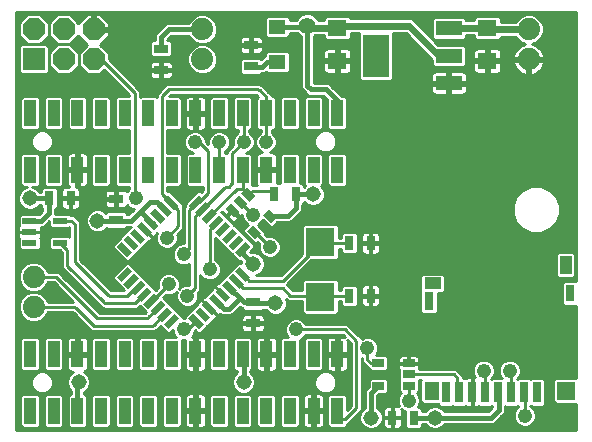
<source format=gtl>
G75*
G70*
%OFA0B0*%
%FSLAX24Y24*%
%IPPOS*%
%LPD*%
%AMOC8*
5,1,8,0,0,1.08239X$1,22.5*
%
%ADD10R,0.0394X0.0866*%
%ADD11R,0.0500X0.0220*%
%ADD12R,0.0220X0.0500*%
%ADD13R,0.0740X0.0740*%
%ADD14OC8,0.0740*%
%ADD15R,0.0880X0.0480*%
%ADD16R,0.0866X0.1417*%
%ADD17R,0.0630X0.0551*%
%ADD18R,0.0551X0.0472*%
%ADD19R,0.0472X0.0315*%
%ADD20R,0.0945X0.0945*%
%ADD21R,0.0315X0.0472*%
%ADD22C,0.0740*%
%ADD23R,0.0472X0.0217*%
%ADD24R,0.0276X0.0689*%
%ADD25R,0.0492X0.0591*%
%ADD26R,0.0591X0.0591*%
%ADD27R,0.0315X0.0591*%
%ADD28R,0.0571X0.0394*%
%ADD29R,0.0315X0.0551*%
%ADD30R,0.0394X0.0610*%
%ADD31R,0.0390X0.0272*%
%ADD32R,0.0272X0.0390*%
%ADD33C,0.0100*%
%ADD34C,0.0515*%
%ADD35C,0.0160*%
%ADD36C,0.0240*%
%ADD37C,0.0554*%
%ADD38C,0.0476*%
D10*
X000792Y001411D03*
X001580Y001411D03*
X002367Y001411D03*
X003154Y001411D03*
X003942Y001411D03*
X004729Y001411D03*
X005517Y001411D03*
X006304Y001411D03*
X007091Y001411D03*
X007879Y001411D03*
X008666Y001411D03*
X009454Y001411D03*
X010241Y001411D03*
X011028Y001411D03*
X011028Y003300D03*
X010241Y003300D03*
X009454Y003300D03*
X008666Y003300D03*
X007879Y003300D03*
X007091Y003300D03*
X006304Y003300D03*
X005517Y003300D03*
X004729Y003300D03*
X003942Y003300D03*
X003154Y003300D03*
X002367Y003300D03*
X001580Y003300D03*
X000792Y003300D03*
X000792Y009442D03*
X001580Y009442D03*
X002367Y009442D03*
X003154Y009442D03*
X003942Y009442D03*
X004729Y009442D03*
X005517Y009442D03*
X006304Y009442D03*
X007091Y009442D03*
X007879Y009442D03*
X008666Y009442D03*
X009454Y009442D03*
X010241Y009442D03*
X011028Y009442D03*
X011028Y011332D03*
X010241Y011332D03*
X009454Y011332D03*
X008666Y011332D03*
X007879Y011332D03*
X007091Y011332D03*
X006304Y011332D03*
X005517Y011332D03*
X004729Y011332D03*
X003942Y011332D03*
X003154Y011332D03*
X002367Y011332D03*
X001580Y011332D03*
X000792Y011332D03*
D11*
G36*
X005174Y008377D02*
X005526Y008025D01*
X005370Y007869D01*
X005018Y008221D01*
X005174Y008377D01*
G37*
G36*
X005397Y008600D02*
X005749Y008248D01*
X005593Y008092D01*
X005241Y008444D01*
X005397Y008600D01*
G37*
G36*
X004951Y008154D02*
X005303Y007802D01*
X005147Y007646D01*
X004795Y007998D01*
X004951Y008154D01*
G37*
G36*
X004729Y007932D02*
X005081Y007580D01*
X004925Y007424D01*
X004573Y007776D01*
X004729Y007932D01*
G37*
G36*
X004506Y007709D02*
X004858Y007357D01*
X004702Y007201D01*
X004350Y007553D01*
X004506Y007709D01*
G37*
G36*
X004283Y007486D02*
X004635Y007134D01*
X004479Y006978D01*
X004127Y007330D01*
X004283Y007486D01*
G37*
G36*
X004060Y007264D02*
X004412Y006912D01*
X004256Y006756D01*
X003904Y007108D01*
X004060Y007264D01*
G37*
G36*
X003838Y007041D02*
X004190Y006689D01*
X004034Y006533D01*
X003682Y006885D01*
X003838Y007041D01*
G37*
G36*
X006673Y005096D02*
X007025Y004744D01*
X006869Y004588D01*
X006517Y004940D01*
X006673Y005096D01*
G37*
G36*
X006896Y005319D02*
X007248Y004967D01*
X007092Y004811D01*
X006740Y005163D01*
X006896Y005319D01*
G37*
G36*
X007119Y005542D02*
X007471Y005190D01*
X007315Y005034D01*
X006963Y005386D01*
X007119Y005542D01*
G37*
G36*
X007341Y005764D02*
X007693Y005412D01*
X007537Y005256D01*
X007185Y005608D01*
X007341Y005764D01*
G37*
G36*
X007564Y005987D02*
X007916Y005635D01*
X007760Y005479D01*
X007408Y005831D01*
X007564Y005987D01*
G37*
G36*
X007787Y006210D02*
X008139Y005858D01*
X007983Y005702D01*
X007631Y006054D01*
X007787Y006210D01*
G37*
G36*
X006450Y004874D02*
X006802Y004522D01*
X006646Y004366D01*
X006294Y004718D01*
X006450Y004874D01*
G37*
G36*
X006228Y004651D02*
X006580Y004299D01*
X006424Y004143D01*
X006072Y004495D01*
X006228Y004651D01*
G37*
D12*
G36*
X005593Y004651D02*
X005749Y004495D01*
X005397Y004143D01*
X005241Y004299D01*
X005593Y004651D01*
G37*
G36*
X005370Y004874D02*
X005526Y004718D01*
X005174Y004366D01*
X005018Y004522D01*
X005370Y004874D01*
G37*
G36*
X005147Y005096D02*
X005303Y004940D01*
X004951Y004588D01*
X004795Y004744D01*
X005147Y005096D01*
G37*
G36*
X004925Y005319D02*
X005081Y005163D01*
X004729Y004811D01*
X004573Y004967D01*
X004925Y005319D01*
G37*
G36*
X004702Y005542D02*
X004858Y005386D01*
X004506Y005034D01*
X004350Y005190D01*
X004702Y005542D01*
G37*
G36*
X004479Y005764D02*
X004635Y005608D01*
X004283Y005256D01*
X004127Y005412D01*
X004479Y005764D01*
G37*
G36*
X004256Y005987D02*
X004412Y005831D01*
X004060Y005479D01*
X003904Y005635D01*
X004256Y005987D01*
G37*
G36*
X004034Y006210D02*
X004190Y006054D01*
X003838Y005702D01*
X003682Y005858D01*
X004034Y006210D01*
G37*
G36*
X006646Y008377D02*
X006802Y008221D01*
X006450Y007869D01*
X006294Y008025D01*
X006646Y008377D01*
G37*
G36*
X006424Y008600D02*
X006580Y008444D01*
X006228Y008092D01*
X006072Y008248D01*
X006424Y008600D01*
G37*
G36*
X006869Y008154D02*
X007025Y007998D01*
X006673Y007646D01*
X006517Y007802D01*
X006869Y008154D01*
G37*
G36*
X007092Y007932D02*
X007248Y007776D01*
X006896Y007424D01*
X006740Y007580D01*
X007092Y007932D01*
G37*
G36*
X007315Y007709D02*
X007471Y007553D01*
X007119Y007201D01*
X006963Y007357D01*
X007315Y007709D01*
G37*
G36*
X007537Y007486D02*
X007693Y007330D01*
X007341Y006978D01*
X007185Y007134D01*
X007537Y007486D01*
G37*
G36*
X007760Y007264D02*
X007916Y007108D01*
X007564Y006756D01*
X007408Y006912D01*
X007760Y007264D01*
G37*
G36*
X007983Y007041D02*
X008139Y006885D01*
X007787Y006533D01*
X007631Y006689D01*
X007983Y007041D01*
G37*
D13*
X000910Y013121D03*
D14*
X001910Y013121D03*
X002910Y013121D03*
X002910Y014121D03*
X001910Y014121D03*
X000910Y014121D03*
D15*
X014755Y014156D03*
X014755Y013246D03*
X014755Y012336D03*
D16*
X012315Y013246D03*
D17*
X011035Y013070D03*
X011035Y014173D03*
X016035Y014173D03*
X016035Y013070D03*
D18*
X009035Y013031D03*
X009035Y014212D03*
D19*
X008160Y013601D03*
X008160Y012892D03*
X005160Y012767D03*
X005160Y013476D03*
X003660Y008476D03*
X003660Y007767D03*
X008223Y005038D03*
X008223Y004330D03*
D20*
X010473Y005216D03*
X010473Y007027D03*
D21*
X011431Y006996D03*
X012140Y006996D03*
X012140Y005246D03*
X011431Y005246D03*
X009640Y008621D03*
X008931Y008621D03*
X002140Y008496D03*
X001431Y008496D03*
X012868Y001184D03*
X013577Y001184D03*
D22*
X000910Y004871D03*
X000910Y005871D03*
X006535Y013121D03*
X006535Y014121D03*
X017410Y014121D03*
X017410Y013121D03*
D23*
X001797Y007745D03*
X001797Y006997D03*
X000773Y006997D03*
X000773Y007371D03*
X000773Y007745D03*
D24*
X014660Y002027D03*
X015093Y002027D03*
X015526Y002027D03*
X015959Y002027D03*
X016393Y002027D03*
X016826Y002027D03*
X017259Y002027D03*
X017692Y002027D03*
D25*
X014178Y002076D03*
D26*
X018656Y002076D03*
D27*
X014089Y005068D03*
D28*
X014217Y005659D03*
D29*
X018794Y005324D03*
D30*
X018641Y006279D03*
D31*
X013418Y002995D03*
X013418Y002621D03*
X013418Y002247D03*
X012398Y002247D03*
X012398Y002995D03*
D32*
G36*
X008024Y007411D02*
X008217Y007604D01*
X008492Y007329D01*
X008299Y007136D01*
X008024Y007411D01*
G37*
G36*
X008553Y007940D02*
X008746Y008133D01*
X009021Y007858D01*
X008828Y007665D01*
X008553Y007940D01*
G37*
G36*
X007567Y008396D02*
X007760Y008589D01*
X008035Y008314D01*
X007842Y008121D01*
X007567Y008396D01*
G37*
G36*
X007303Y008132D02*
X007496Y008325D01*
X007771Y008050D01*
X007578Y007857D01*
X007303Y008132D01*
G37*
G36*
X007832Y008661D02*
X008025Y008854D01*
X008300Y008579D01*
X008107Y008386D01*
X007832Y008661D01*
G37*
D33*
X000310Y014717D02*
X000310Y000771D01*
X019005Y000771D01*
X019005Y001651D01*
X018307Y001651D01*
X018231Y001727D01*
X018231Y002425D01*
X018307Y002501D01*
X019005Y002501D01*
X019005Y004919D01*
X018583Y004919D01*
X018507Y004995D01*
X018507Y005654D01*
X018583Y005730D01*
X019005Y005730D01*
X019005Y014717D01*
X000310Y014717D01*
X000310Y014668D02*
X019005Y014668D01*
X019005Y014569D02*
X017635Y014569D01*
X017693Y014545D02*
X017510Y014621D01*
X017311Y014621D01*
X017127Y014545D01*
X016986Y014405D01*
X016973Y014371D01*
X016480Y014371D01*
X016480Y014502D01*
X016404Y014578D01*
X015666Y014578D01*
X015590Y014502D01*
X015590Y014422D01*
X015325Y014422D01*
X015325Y014450D01*
X015249Y014526D01*
X014261Y014526D01*
X014185Y014450D01*
X014185Y013862D01*
X014261Y013786D01*
X015249Y013786D01*
X015325Y013862D01*
X015325Y013923D01*
X015590Y013923D01*
X015590Y013843D01*
X015666Y013767D01*
X016404Y013767D01*
X016480Y013843D01*
X016480Y013871D01*
X016973Y013871D01*
X016986Y013838D01*
X017127Y013697D01*
X017292Y013629D01*
X017288Y013629D01*
X017211Y013603D01*
X017138Y013566D01*
X017071Y013518D01*
X017014Y013460D01*
X016965Y013394D01*
X016928Y013321D01*
X016903Y013243D01*
X016892Y013171D01*
X017360Y013171D01*
X017360Y013071D01*
X017460Y013071D01*
X017460Y012603D01*
X017532Y012614D01*
X017610Y012639D01*
X017683Y012677D01*
X017749Y012725D01*
X017807Y012783D01*
X017855Y012849D01*
X017892Y012922D01*
X017917Y013000D01*
X017929Y013071D01*
X017460Y013071D01*
X017460Y013171D01*
X017929Y013171D01*
X017917Y013243D01*
X017892Y013321D01*
X017855Y013394D01*
X017807Y013460D01*
X017749Y013518D01*
X017683Y013566D01*
X017610Y013603D01*
X017532Y013629D01*
X017528Y013629D01*
X017693Y013697D01*
X017834Y013838D01*
X017910Y014022D01*
X017910Y014221D01*
X017834Y014405D01*
X017693Y014545D01*
X017768Y014471D02*
X019005Y014471D01*
X019005Y014372D02*
X017848Y014372D01*
X017888Y014274D02*
X019005Y014274D01*
X019005Y014175D02*
X017910Y014175D01*
X017910Y014077D02*
X019005Y014077D01*
X019005Y013978D02*
X017892Y013978D01*
X017851Y013879D02*
X019005Y013879D01*
X019005Y013781D02*
X017777Y013781D01*
X017657Y013682D02*
X019005Y013682D01*
X019005Y013584D02*
X017648Y013584D01*
X017782Y013485D02*
X019005Y013485D01*
X019005Y013387D02*
X017859Y013387D01*
X017903Y013288D02*
X019005Y013288D01*
X019005Y013190D02*
X017926Y013190D01*
X017915Y012993D02*
X019005Y012993D01*
X019005Y013091D02*
X017460Y013091D01*
X017460Y012993D02*
X017360Y012993D01*
X017360Y013071D02*
X017360Y012603D01*
X017288Y012614D01*
X017211Y012639D01*
X017138Y012677D01*
X017071Y012725D01*
X017014Y012783D01*
X016965Y012849D01*
X016928Y012922D01*
X016903Y013000D01*
X016892Y013071D01*
X017360Y013071D01*
X017360Y013091D02*
X016085Y013091D01*
X016085Y013120D02*
X016500Y013120D01*
X016500Y013365D01*
X016490Y013404D01*
X016470Y013438D01*
X016442Y013466D01*
X016408Y013485D01*
X017039Y013485D01*
X016962Y013387D02*
X016494Y013387D01*
X016500Y013288D02*
X016918Y013288D01*
X016895Y013190D02*
X016500Y013190D01*
X016500Y013020D02*
X016085Y013020D01*
X016085Y012645D01*
X016370Y012645D01*
X016408Y012655D01*
X016442Y012675D01*
X016470Y012702D01*
X016490Y012737D01*
X016500Y012775D01*
X016500Y013020D01*
X016500Y012993D02*
X016905Y012993D01*
X016942Y012894D02*
X016500Y012894D01*
X016500Y012796D02*
X017004Y012796D01*
X017110Y012697D02*
X016465Y012697D01*
X016085Y012697D02*
X015985Y012697D01*
X015985Y012645D02*
X015701Y012645D01*
X015662Y012655D01*
X015628Y012675D01*
X015600Y012702D01*
X015581Y012737D01*
X015570Y012775D01*
X015570Y013020D01*
X015985Y013020D01*
X015985Y013120D01*
X015570Y013120D01*
X015570Y013365D01*
X015581Y013404D01*
X015600Y013438D01*
X015628Y013466D01*
X015662Y013485D01*
X015325Y013485D01*
X015325Y013540D02*
X015249Y013616D01*
X014394Y013616D01*
X013622Y014388D01*
X013552Y014458D01*
X013460Y014496D01*
X011480Y014496D01*
X011480Y014502D01*
X011404Y014578D01*
X010666Y014578D01*
X010590Y014502D01*
X010590Y014422D01*
X010403Y014422D01*
X010380Y014477D01*
X010266Y014591D01*
X010116Y014653D01*
X009954Y014653D01*
X009805Y014591D01*
X009690Y014477D01*
X009667Y014422D01*
X009441Y014422D01*
X009441Y014502D01*
X009365Y014578D01*
X008706Y014578D01*
X008630Y014502D01*
X008630Y013922D01*
X008706Y013846D01*
X009365Y013846D01*
X009441Y013922D01*
X009441Y014002D01*
X009704Y014002D01*
X009805Y013901D01*
X009825Y013893D01*
X009825Y012159D01*
X009948Y012036D01*
X010073Y011911D01*
X010247Y011911D01*
X010573Y011911D01*
X010701Y011783D01*
X010701Y010845D01*
X010778Y010769D01*
X011279Y010769D01*
X011355Y010845D01*
X011355Y011819D01*
X011279Y011895D01*
X011184Y011895D01*
X010870Y012208D01*
X010747Y012331D01*
X010247Y012331D01*
X010245Y012333D01*
X010245Y013893D01*
X010266Y013901D01*
X010287Y013923D01*
X010590Y013923D01*
X010590Y013843D01*
X010666Y013767D01*
X011404Y013767D01*
X011480Y013843D01*
X011480Y013996D01*
X011752Y013996D01*
X011752Y012484D01*
X011828Y012408D01*
X012802Y012408D01*
X012878Y012484D01*
X012878Y013996D01*
X013307Y013996D01*
X014185Y013118D01*
X014185Y012952D01*
X014261Y012876D01*
X015249Y012876D01*
X015325Y012952D01*
X015325Y013540D01*
X015281Y013584D02*
X017173Y013584D01*
X017163Y013682D02*
X014328Y013682D01*
X014229Y013781D02*
X015652Y013781D01*
X015590Y013879D02*
X015325Y013879D01*
X015325Y013387D02*
X015576Y013387D01*
X015570Y013288D02*
X015325Y013288D01*
X015325Y013190D02*
X015570Y013190D01*
X015570Y012993D02*
X015325Y012993D01*
X015325Y013091D02*
X015985Y013091D01*
X015985Y013120D02*
X015985Y013496D01*
X015701Y013496D01*
X015662Y013485D01*
X015985Y013485D02*
X016085Y013485D01*
X016085Y013496D02*
X016085Y013120D01*
X015985Y013120D01*
X015985Y013190D02*
X016085Y013190D01*
X016085Y013120D02*
X016085Y013020D01*
X015985Y013020D01*
X015985Y012645D01*
X015985Y012796D02*
X016085Y012796D01*
X016085Y012894D02*
X015985Y012894D01*
X015985Y012993D02*
X016085Y012993D01*
X016085Y013288D02*
X015985Y013288D01*
X015985Y013387D02*
X016085Y013387D01*
X016085Y013496D02*
X016370Y013496D01*
X016408Y013485D01*
X016418Y013781D02*
X017044Y013781D01*
X016973Y014372D02*
X016480Y014372D01*
X016480Y014471D02*
X017053Y014471D01*
X017185Y014569D02*
X016413Y014569D01*
X015658Y014569D02*
X011413Y014569D01*
X011480Y013978D02*
X011752Y013978D01*
X011752Y013879D02*
X011480Y013879D01*
X011418Y013781D02*
X011752Y013781D01*
X011752Y013682D02*
X010245Y013682D01*
X010245Y013584D02*
X011752Y013584D01*
X011752Y013485D02*
X011408Y013485D01*
X011370Y013496D01*
X011085Y013496D01*
X011085Y013120D01*
X010985Y013120D01*
X010985Y013020D01*
X010570Y013020D01*
X010570Y012775D01*
X010581Y012737D01*
X010600Y012702D01*
X010628Y012675D01*
X010662Y012655D01*
X010701Y012645D01*
X010985Y012645D01*
X010985Y013020D01*
X011085Y013020D01*
X011085Y012645D01*
X011370Y012645D01*
X011408Y012655D01*
X011442Y012675D01*
X011470Y012702D01*
X011490Y012737D01*
X011500Y012775D01*
X011500Y013020D01*
X011085Y013020D01*
X011085Y013120D01*
X011500Y013120D01*
X011500Y013365D01*
X011490Y013404D01*
X011470Y013438D01*
X011442Y013466D01*
X011408Y013485D01*
X011494Y013387D02*
X011752Y013387D01*
X011752Y013288D02*
X011500Y013288D01*
X011500Y013190D02*
X011752Y013190D01*
X011752Y013091D02*
X011085Y013091D01*
X011085Y012993D02*
X010985Y012993D01*
X010985Y013091D02*
X010245Y013091D01*
X010245Y012993D02*
X010570Y012993D01*
X010570Y012894D02*
X010245Y012894D01*
X010245Y012796D02*
X010570Y012796D01*
X010606Y012697D02*
X010245Y012697D01*
X010245Y012598D02*
X011752Y012598D01*
X011752Y012500D02*
X010245Y012500D01*
X010245Y012401D02*
X014165Y012401D01*
X014165Y012386D02*
X014165Y012596D01*
X014175Y012634D01*
X014195Y012668D01*
X014223Y012696D01*
X014257Y012716D01*
X014295Y012726D01*
X014705Y012726D01*
X014705Y012386D01*
X014705Y012286D01*
X014805Y012286D01*
X014805Y011946D01*
X015215Y011946D01*
X015253Y011957D01*
X015287Y011976D01*
X015315Y012004D01*
X015335Y012038D01*
X015345Y012077D01*
X015345Y012286D01*
X014805Y012286D01*
X014805Y012386D01*
X015345Y012386D01*
X015345Y012596D01*
X015335Y012634D01*
X015315Y012668D01*
X015287Y012696D01*
X015253Y012716D01*
X015215Y012726D01*
X014805Y012726D01*
X014805Y012386D01*
X014705Y012386D01*
X014165Y012386D01*
X014165Y012286D02*
X014165Y012077D01*
X014175Y012038D01*
X014195Y012004D01*
X014223Y011976D01*
X014257Y011957D01*
X014295Y011946D01*
X014705Y011946D01*
X014705Y012286D01*
X014165Y012286D01*
X014165Y012204D02*
X010874Y012204D01*
X010776Y012303D02*
X014705Y012303D01*
X014705Y012401D02*
X014805Y012401D01*
X014805Y012303D02*
X019005Y012303D01*
X019005Y012401D02*
X015345Y012401D01*
X015345Y012500D02*
X019005Y012500D01*
X019005Y012598D02*
X015345Y012598D01*
X015286Y012697D02*
X015606Y012697D01*
X015570Y012796D02*
X012878Y012796D01*
X012878Y012894D02*
X014244Y012894D01*
X014185Y012993D02*
X012878Y012993D01*
X012878Y013091D02*
X014185Y013091D01*
X014113Y013190D02*
X012878Y013190D01*
X012878Y013288D02*
X014015Y013288D01*
X013916Y013387D02*
X012878Y013387D01*
X012878Y013485D02*
X013818Y013485D01*
X013719Y013584D02*
X012878Y013584D01*
X012878Y013682D02*
X013621Y013682D01*
X013522Y013781D02*
X012878Y013781D01*
X012878Y013879D02*
X013424Y013879D01*
X013325Y013978D02*
X012878Y013978D01*
X013522Y014471D02*
X014206Y014471D01*
X014185Y014372D02*
X013638Y014372D01*
X013736Y014274D02*
X014185Y014274D01*
X014185Y014175D02*
X013835Y014175D01*
X013933Y014077D02*
X014185Y014077D01*
X014185Y013978D02*
X014032Y013978D01*
X014131Y013879D02*
X014185Y013879D01*
X015305Y014471D02*
X015590Y014471D01*
X015570Y012894D02*
X015267Y012894D01*
X014805Y012697D02*
X014705Y012697D01*
X014705Y012598D02*
X014805Y012598D01*
X014805Y012500D02*
X014705Y012500D01*
X014705Y012204D02*
X014805Y012204D01*
X014805Y012106D02*
X014705Y012106D01*
X014705Y012007D02*
X014805Y012007D01*
X015317Y012007D02*
X019005Y012007D01*
X019005Y011909D02*
X011170Y011909D01*
X011071Y012007D02*
X014193Y012007D01*
X014165Y012106D02*
X010973Y012106D01*
X010674Y011810D02*
X010568Y011810D01*
X010568Y011819D02*
X010492Y011895D01*
X009990Y011895D01*
X009914Y011819D01*
X009914Y010845D01*
X009990Y010769D01*
X010492Y010769D01*
X010568Y010845D01*
X010568Y011819D01*
X010576Y011909D02*
X008840Y011909D01*
X008840Y011895D02*
X008840Y011946D01*
X008735Y012051D01*
X008514Y012272D01*
X008495Y012272D01*
X008457Y012288D01*
X008443Y012301D01*
X008424Y012301D01*
X008369Y012301D01*
X008294Y012301D01*
X005336Y012301D01*
X005230Y012196D01*
X005115Y012081D01*
X005010Y011975D01*
X005010Y011865D01*
X004980Y011895D01*
X004478Y011895D01*
X004465Y011882D01*
X004465Y011922D01*
X004465Y012071D01*
X003410Y013126D01*
X003410Y013328D01*
X003131Y013607D01*
X003430Y013906D01*
X003430Y014071D01*
X002960Y014071D01*
X002960Y014171D01*
X003430Y014171D01*
X003430Y014337D01*
X003126Y014641D01*
X002960Y014641D01*
X002960Y014171D01*
X002860Y014171D01*
X002860Y014641D01*
X002695Y014641D01*
X002396Y014343D01*
X002117Y014621D01*
X001703Y014621D01*
X001410Y014328D01*
X001410Y013914D01*
X001703Y013621D01*
X001410Y013328D01*
X001410Y012914D01*
X001703Y012621D01*
X002117Y012621D01*
X002410Y012914D01*
X002703Y012621D01*
X003117Y012621D01*
X003261Y012766D01*
X004105Y011922D01*
X004105Y011895D01*
X003691Y011895D01*
X003615Y011819D01*
X003615Y010845D01*
X003691Y010769D01*
X004105Y010769D01*
X004105Y010005D01*
X003691Y010005D01*
X003615Y009929D01*
X003615Y008955D01*
X003691Y008879D01*
X004105Y008879D01*
X004105Y008809D01*
X004102Y008808D01*
X004017Y008724D01*
X004016Y008725D01*
X003989Y008753D01*
X003954Y008773D01*
X003916Y008783D01*
X003689Y008783D01*
X003689Y008505D01*
X003631Y008505D01*
X003631Y008783D01*
X003404Y008783D01*
X003366Y008773D01*
X003332Y008753D01*
X003304Y008725D01*
X003284Y008691D01*
X003274Y008653D01*
X003274Y008504D01*
X003631Y008504D01*
X003631Y008447D01*
X003274Y008447D01*
X003274Y008298D01*
X003284Y008260D01*
X003304Y008226D01*
X003332Y008198D01*
X003366Y008178D01*
X003404Y008168D01*
X003631Y008168D01*
X003631Y008447D01*
X003689Y008447D01*
X003689Y008168D01*
X003916Y008168D01*
X003954Y008178D01*
X003989Y008198D01*
X004016Y008226D01*
X004033Y008254D01*
X004102Y008185D01*
X004237Y008129D01*
X004246Y008129D01*
X004200Y008083D01*
X004073Y007956D01*
X004026Y007956D01*
X004026Y007978D01*
X003950Y008054D01*
X003370Y008054D01*
X003323Y008007D01*
X003255Y008075D01*
X003112Y008134D01*
X002958Y008134D01*
X002816Y008075D01*
X002707Y007966D01*
X002648Y007823D01*
X002648Y007669D01*
X002707Y007527D01*
X002816Y007418D01*
X002958Y007359D01*
X003112Y007359D01*
X003255Y007418D01*
X003343Y007506D01*
X003370Y007480D01*
X003950Y007480D01*
X004007Y007536D01*
X004073Y007536D01*
X004148Y007536D01*
X004006Y007394D01*
X004006Y007394D01*
X003783Y007171D01*
X003551Y006940D01*
X003551Y006832D01*
X003981Y006402D01*
X004089Y006402D01*
X004320Y006634D01*
X004534Y006848D01*
X004742Y007056D01*
X004761Y007061D01*
X004795Y007080D01*
X004883Y007169D01*
X004604Y007448D01*
X004611Y007455D01*
X004890Y007176D01*
X004978Y007264D01*
X004998Y007298D01*
X005003Y007317D01*
X005009Y007323D01*
X004981Y007256D01*
X004981Y007109D01*
X005037Y006974D01*
X005141Y006871D01*
X005276Y006815D01*
X005422Y006815D01*
X005557Y006871D01*
X005661Y006974D01*
X005717Y007109D01*
X005717Y007256D01*
X005705Y007284D01*
X005900Y007480D01*
X005904Y007483D01*
X005904Y008042D01*
X005904Y008191D01*
X005879Y008216D01*
X005879Y008301D01*
X005450Y008730D01*
X005369Y008730D01*
X005369Y008879D01*
X005767Y008879D01*
X005843Y008955D01*
X005843Y009929D01*
X005767Y010005D01*
X005369Y010005D01*
X005369Y010769D01*
X005767Y010769D01*
X005843Y010845D01*
X005843Y011819D01*
X005767Y011895D01*
X005438Y011895D01*
X005485Y011941D01*
X008294Y011941D01*
X008336Y011941D01*
X008399Y011878D01*
X008339Y011819D01*
X008339Y010845D01*
X008415Y010769D01*
X008480Y010769D01*
X008480Y010695D01*
X008452Y010683D01*
X008348Y010580D01*
X008292Y010444D01*
X008292Y010298D01*
X008348Y010163D01*
X008452Y010060D01*
X008535Y010025D01*
X008450Y010025D01*
X008411Y010015D01*
X008377Y009995D01*
X008349Y009967D01*
X008330Y009933D01*
X008319Y009895D01*
X008319Y009491D01*
X008617Y009491D01*
X008617Y009394D01*
X008319Y009394D01*
X008319Y008989D01*
X008330Y008951D01*
X008344Y008926D01*
X008297Y008926D01*
X008177Y008926D01*
X008206Y008955D01*
X008206Y009929D01*
X008129Y010005D01*
X007987Y010005D01*
X008119Y010060D01*
X008222Y010163D01*
X008278Y010298D01*
X008278Y010444D01*
X008222Y010580D01*
X008119Y010683D01*
X008090Y010695D01*
X008090Y010769D01*
X008129Y010769D01*
X008206Y010845D01*
X008206Y011819D01*
X008129Y011895D01*
X007628Y011895D01*
X007552Y011819D01*
X007552Y010845D01*
X007628Y010769D01*
X007730Y010769D01*
X007730Y010695D01*
X007702Y010683D01*
X007598Y010580D01*
X007542Y010444D01*
X007542Y010298D01*
X007554Y010270D01*
X007355Y010071D01*
X007355Y009992D01*
X007342Y010005D01*
X007278Y010005D01*
X007278Y010048D01*
X007306Y010060D01*
X007410Y010163D01*
X007466Y010298D01*
X007466Y010444D01*
X007410Y010580D01*
X007306Y010683D01*
X007171Y010739D01*
X007025Y010739D01*
X006889Y010683D01*
X006786Y010580D01*
X006730Y010444D01*
X006730Y010306D01*
X006653Y010383D01*
X006653Y010444D01*
X006597Y010580D01*
X006494Y010683D01*
X006358Y010739D01*
X006212Y010739D01*
X006077Y010683D01*
X005973Y010580D01*
X005917Y010444D01*
X005917Y010298D01*
X005973Y010163D01*
X006077Y010060D01*
X006208Y010005D01*
X006053Y010005D01*
X005977Y009929D01*
X005977Y008955D01*
X006053Y008879D01*
X006543Y008879D01*
X006543Y008758D01*
X006497Y008712D01*
X006479Y008730D01*
X006371Y008730D01*
X005941Y008301D01*
X005941Y008216D01*
X005916Y008191D01*
X005916Y008176D01*
X005916Y006989D01*
X005837Y006989D01*
X005702Y006933D01*
X005598Y006830D01*
X005542Y006694D01*
X005542Y006548D01*
X005598Y006413D01*
X005702Y006310D01*
X005837Y006254D01*
X005983Y006254D01*
X006105Y006304D01*
X006105Y005614D01*
X005962Y005614D01*
X005827Y005558D01*
X005750Y005482D01*
X005778Y005548D01*
X005778Y005694D01*
X005722Y005830D01*
X005619Y005933D01*
X005483Y005989D01*
X005337Y005989D01*
X005202Y005933D01*
X005098Y005830D01*
X005042Y005694D01*
X005042Y005548D01*
X005054Y005520D01*
X004982Y005447D01*
X004979Y005449D01*
X004757Y005672D01*
X004534Y005895D01*
X004534Y005895D01*
X004311Y006118D01*
X004089Y006340D01*
X003981Y006340D01*
X003551Y005911D01*
X003551Y005803D01*
X003774Y005580D01*
X003928Y005426D01*
X003526Y005426D01*
X003485Y005426D01*
X002465Y006446D01*
X002465Y007547D01*
X002465Y007696D01*
X002340Y007821D01*
X002235Y007926D01*
X002144Y007926D01*
X002087Y007984D01*
X001620Y007984D01*
X001620Y008130D01*
X001642Y008130D01*
X001718Y008206D01*
X001718Y008786D01*
X001642Y008863D01*
X001220Y008863D01*
X001143Y008786D01*
X001143Y008705D01*
X001118Y008705D01*
X001114Y008716D01*
X001005Y008825D01*
X000873Y008879D01*
X001043Y008879D01*
X001119Y008955D01*
X001119Y009929D01*
X001043Y010005D01*
X000541Y010005D01*
X000465Y009929D01*
X000465Y008955D01*
X000541Y008879D01*
X000697Y008879D01*
X000566Y008825D01*
X000457Y008716D01*
X000398Y008573D01*
X000398Y008419D01*
X000457Y008277D01*
X000566Y008168D01*
X000708Y008109D01*
X000862Y008109D01*
X001005Y008168D01*
X001114Y008277D01*
X001117Y008285D01*
X001143Y008285D01*
X001143Y008206D01*
X001200Y008149D01*
X001200Y008083D01*
X001082Y007965D01*
X001063Y007984D01*
X000483Y007984D01*
X000407Y007907D01*
X000407Y007583D01*
X000418Y007572D01*
X000417Y007572D01*
X000397Y007537D01*
X000387Y007499D01*
X000387Y007375D01*
X000769Y007375D01*
X000769Y007367D01*
X000387Y007367D01*
X000387Y007243D01*
X000397Y007205D01*
X000417Y007171D01*
X000418Y007170D01*
X000407Y007159D01*
X000407Y006835D01*
X000483Y006759D01*
X001063Y006759D01*
X001140Y006835D01*
X001140Y007159D01*
X001129Y007170D01*
X001130Y007171D01*
X001149Y007205D01*
X001160Y007243D01*
X001160Y007367D01*
X000778Y007367D01*
X000778Y007375D01*
X001160Y007375D01*
X001160Y007499D01*
X001150Y007535D01*
X001246Y007535D01*
X001431Y007720D01*
X001431Y007583D01*
X001507Y007507D01*
X002087Y007507D01*
X002105Y007525D01*
X002105Y007217D01*
X002087Y007236D01*
X001507Y007236D01*
X001431Y007159D01*
X001431Y006835D01*
X001507Y006759D01*
X001781Y006759D01*
X001855Y006685D01*
X001855Y006172D01*
X001961Y006066D01*
X003181Y004846D01*
X003200Y004846D01*
X003239Y004830D01*
X003252Y004816D01*
X003271Y004816D01*
X003327Y004816D01*
X003401Y004816D01*
X004360Y004816D01*
X004449Y004905D01*
X004653Y004701D01*
X004629Y004676D01*
X004587Y004676D01*
X003110Y004676D01*
X001869Y005917D01*
X001817Y005969D01*
X001817Y005969D01*
X001777Y006009D01*
X001764Y006022D01*
X001745Y006022D01*
X001707Y006038D01*
X001693Y006051D01*
X001377Y006051D01*
X001334Y006155D01*
X001193Y006295D01*
X001010Y006371D01*
X000811Y006371D01*
X000627Y006295D01*
X000486Y006155D01*
X000410Y005971D01*
X000410Y005772D01*
X000486Y005588D01*
X000627Y005447D01*
X000811Y005371D01*
X000627Y005295D01*
X000486Y005155D01*
X000410Y004971D01*
X000410Y004772D01*
X000486Y004588D01*
X000627Y004447D01*
X000811Y004371D01*
X001010Y004371D01*
X001193Y004447D01*
X001334Y004588D01*
X001377Y004691D01*
X002211Y004691D01*
X002225Y004677D01*
X002240Y004662D01*
X002836Y004066D01*
X002985Y004066D01*
X004932Y004066D01*
X004945Y004080D01*
X004984Y004096D01*
X005003Y004096D01*
X005016Y004109D01*
X005029Y004122D01*
X005055Y004148D01*
X005055Y004148D01*
X005108Y004201D01*
X005108Y004201D01*
X005131Y004224D01*
X005342Y004012D01*
X005450Y004012D01*
X005542Y004105D01*
X005542Y004048D01*
X005598Y003913D01*
X005648Y003864D01*
X005266Y003864D01*
X005190Y003787D01*
X005190Y002814D01*
X005266Y002737D01*
X005767Y002737D01*
X005843Y002814D01*
X005843Y003754D01*
X005957Y003754D01*
X005957Y003753D01*
X005957Y003349D01*
X006255Y003349D01*
X006255Y003252D01*
X005957Y003252D01*
X005957Y002848D01*
X005967Y002809D01*
X005987Y002775D01*
X006015Y002747D01*
X006049Y002728D01*
X006087Y002717D01*
X006255Y002717D01*
X006255Y003252D01*
X006352Y003252D01*
X006352Y002717D01*
X006521Y002717D01*
X006559Y002728D01*
X006593Y002747D01*
X006621Y002775D01*
X006641Y002809D01*
X006651Y002848D01*
X006651Y003252D01*
X006353Y003252D01*
X006353Y003349D01*
X006651Y003349D01*
X006651Y003753D01*
X006641Y003791D01*
X006621Y003826D01*
X006593Y003854D01*
X006559Y003873D01*
X006521Y003884D01*
X006352Y003884D01*
X006352Y003349D01*
X006255Y003349D01*
X006255Y003884D01*
X006192Y003884D01*
X006222Y003913D01*
X006278Y004048D01*
X006278Y004095D01*
X006283Y004100D01*
X006371Y004012D01*
X006479Y004012D01*
X006701Y004235D01*
X006909Y004443D01*
X006928Y004448D01*
X006962Y004468D01*
X007050Y004556D01*
X006771Y004835D01*
X006778Y004842D01*
X007057Y004563D01*
X007128Y004634D01*
X007163Y004599D01*
X007323Y004599D01*
X007497Y004599D01*
X007776Y004877D01*
X007824Y004828D01*
X007857Y004828D01*
X007857Y004827D01*
X007933Y004751D01*
X008513Y004751D01*
X008548Y004786D01*
X008640Y004786D01*
X008644Y004777D01*
X008753Y004668D01*
X008896Y004609D01*
X009050Y004609D01*
X009192Y004668D01*
X009301Y004777D01*
X009360Y004919D01*
X009360Y005073D01*
X009338Y005126D01*
X009398Y005066D01*
X009870Y005066D01*
X009870Y004690D01*
X009946Y004613D01*
X010999Y004613D01*
X011075Y004690D01*
X011075Y005066D01*
X011143Y005066D01*
X011143Y004956D01*
X011220Y004880D01*
X011642Y004880D01*
X011718Y004956D01*
X011718Y005536D01*
X011642Y005613D01*
X011220Y005613D01*
X011143Y005536D01*
X011143Y005426D01*
X011075Y005426D01*
X011075Y005742D01*
X010999Y005818D01*
X009946Y005818D01*
X009870Y005742D01*
X009870Y005544D01*
X009854Y005519D01*
X009859Y005497D01*
X009851Y005475D01*
X009870Y005436D01*
X009870Y005426D01*
X009547Y005426D01*
X009352Y005621D01*
X010123Y006392D01*
X010127Y006392D01*
X010157Y006424D01*
X010999Y006424D01*
X011075Y006501D01*
X011075Y006816D01*
X011143Y006816D01*
X011143Y006706D01*
X011220Y006630D01*
X011642Y006630D01*
X011718Y006706D01*
X011718Y007286D01*
X011642Y007363D01*
X011220Y007363D01*
X011143Y007286D01*
X011143Y007176D01*
X011075Y007176D01*
X011075Y007553D01*
X010999Y007629D01*
X009946Y007629D01*
X009870Y007553D01*
X009870Y006648D01*
X009148Y005926D01*
X008312Y005926D01*
X008442Y005980D01*
X008551Y006089D01*
X008610Y006232D01*
X008610Y006386D01*
X008551Y006528D01*
X008442Y006637D01*
X008300Y006696D01*
X008146Y006696D01*
X008136Y006692D01*
X008133Y006696D01*
X008269Y006832D01*
X008269Y006940D01*
X008046Y007162D01*
X007815Y007394D01*
X007815Y007394D01*
X007601Y007608D01*
X007378Y007830D01*
X007167Y008042D01*
X007177Y008051D01*
X007183Y008041D01*
X007322Y007902D01*
X007511Y008091D01*
X007536Y008065D01*
X007486Y008065D01*
X007536Y008065D02*
X007347Y007876D01*
X007486Y007737D01*
X007520Y007717D01*
X007559Y007707D01*
X007598Y007707D01*
X007636Y007717D01*
X007670Y007737D01*
X007768Y007834D01*
X007537Y008065D01*
X007587Y008065D01*
X007562Y008091D02*
X007793Y007860D01*
X007855Y007922D01*
X007855Y007861D01*
X007911Y007726D01*
X008014Y007622D01*
X008040Y007612D01*
X007894Y007466D01*
X007894Y007358D01*
X008246Y007006D01*
X008353Y007006D01*
X008375Y007028D01*
X008429Y006973D01*
X008417Y006944D01*
X008417Y006798D01*
X008473Y006663D01*
X008577Y006560D01*
X008712Y006504D01*
X008858Y006504D01*
X008994Y006560D01*
X009097Y006663D01*
X009153Y006798D01*
X009153Y006944D01*
X009097Y007080D01*
X009870Y007080D01*
X009870Y007179D02*
X008998Y007179D01*
X008994Y007183D02*
X008858Y007239D01*
X008712Y007239D01*
X008684Y007227D01*
X008621Y007290D01*
X008621Y007382D01*
X008396Y007608D01*
X008431Y007622D01*
X008535Y007726D01*
X008549Y007761D01*
X008774Y007535D01*
X008882Y007535D01*
X009036Y007689D01*
X009288Y007689D01*
X009462Y007689D01*
X009747Y007974D01*
X009870Y008097D01*
X009870Y008274D01*
X009927Y008331D01*
X009927Y008369D01*
X010003Y008293D01*
X010146Y008234D01*
X010300Y008234D01*
X010442Y008293D01*
X010551Y008402D01*
X010610Y008544D01*
X010610Y008698D01*
X010551Y008841D01*
X010502Y008890D01*
X010568Y008955D01*
X010568Y009929D01*
X010492Y010005D01*
X009990Y010005D01*
X009914Y009929D01*
X009914Y008955D01*
X009961Y008908D01*
X009927Y008874D01*
X009927Y008911D01*
X009851Y008987D01*
X009780Y008987D01*
X009780Y009929D01*
X009704Y010005D01*
X009203Y010005D01*
X009127Y009929D01*
X009127Y008987D01*
X009012Y008987D01*
X009013Y008989D01*
X009013Y009394D01*
X008715Y009394D01*
X008715Y009491D01*
X009013Y009491D01*
X009013Y009895D01*
X009003Y009933D01*
X008983Y009967D01*
X008955Y009995D01*
X008921Y010015D01*
X008883Y010025D01*
X008786Y010025D01*
X008869Y010060D01*
X008972Y010163D01*
X009028Y010298D01*
X009028Y010444D01*
X008972Y010580D01*
X008869Y010683D01*
X008840Y010695D01*
X008840Y010769D01*
X008917Y010769D01*
X008993Y010845D01*
X008993Y011819D01*
X008917Y011895D01*
X008840Y011895D01*
X008779Y012007D02*
X009977Y012007D01*
X009879Y012106D02*
X008680Y012106D01*
X008582Y012204D02*
X009825Y012204D01*
X009825Y012303D02*
X004233Y012303D01*
X004135Y012401D02*
X009825Y012401D01*
X009825Y012500D02*
X005499Y012500D01*
X005489Y012489D02*
X005516Y012517D01*
X005536Y012552D01*
X005546Y012590D01*
X005546Y012738D01*
X005189Y012738D01*
X005189Y012460D01*
X005416Y012460D01*
X005454Y012470D01*
X005489Y012489D01*
X005546Y012598D02*
X009825Y012598D01*
X009825Y012697D02*
X009397Y012697D01*
X009365Y012665D02*
X009441Y012741D01*
X009441Y013321D01*
X009365Y013397D01*
X008706Y013397D01*
X008630Y013321D01*
X008630Y013241D01*
X008608Y013241D01*
X008498Y013131D01*
X008450Y013179D01*
X007870Y013179D01*
X007794Y013103D01*
X007794Y012681D01*
X007870Y012605D01*
X008450Y012605D01*
X008507Y012661D01*
X008622Y012661D01*
X008666Y012705D01*
X008706Y012665D01*
X009365Y012665D01*
X009441Y012796D02*
X009825Y012796D01*
X009825Y012894D02*
X009441Y012894D01*
X009441Y012993D02*
X009825Y012993D01*
X009825Y013091D02*
X009441Y013091D01*
X009441Y013190D02*
X009825Y013190D01*
X009825Y013288D02*
X009441Y013288D01*
X009375Y013387D02*
X009825Y013387D01*
X009825Y013485D02*
X008546Y013485D01*
X008546Y013423D02*
X008546Y013572D01*
X008189Y013572D01*
X008189Y013629D01*
X008546Y013629D01*
X008546Y013778D01*
X008536Y013816D01*
X008516Y013850D01*
X008489Y013878D01*
X008454Y013898D01*
X008416Y013908D01*
X008189Y013908D01*
X008189Y013630D01*
X008131Y013630D01*
X008131Y013908D01*
X007904Y013908D01*
X007866Y013898D01*
X007832Y013878D01*
X007804Y013850D01*
X007784Y013816D01*
X007774Y013778D01*
X007774Y013629D01*
X008131Y013629D01*
X008131Y013572D01*
X007774Y013572D01*
X007774Y013423D01*
X007784Y013385D01*
X007804Y013351D01*
X007832Y013323D01*
X007866Y013303D01*
X007904Y013293D01*
X008131Y013293D01*
X008131Y013572D01*
X008189Y013572D01*
X008189Y013293D01*
X008416Y013293D01*
X008454Y013303D01*
X008489Y013323D01*
X008516Y013351D01*
X008536Y013385D01*
X008546Y013423D01*
X008537Y013387D02*
X008696Y013387D01*
X008630Y013288D02*
X007007Y013288D01*
X007035Y013221D02*
X006959Y013405D01*
X006818Y013545D01*
X006635Y013621D01*
X006436Y013621D01*
X006635Y013621D01*
X006818Y013697D01*
X006959Y013838D01*
X007035Y014022D01*
X007035Y014221D01*
X006959Y014405D01*
X006818Y014545D01*
X006635Y014621D01*
X006436Y014621D01*
X006252Y014545D01*
X006111Y014405D01*
X006081Y014331D01*
X005497Y014331D01*
X005323Y014331D01*
X004950Y013958D01*
X004950Y013784D01*
X004950Y013763D01*
X004870Y013763D01*
X004794Y013687D01*
X004794Y013264D01*
X004870Y013188D01*
X005450Y013188D01*
X005526Y013264D01*
X005526Y013687D01*
X005450Y013763D01*
X005370Y013763D01*
X005370Y013784D01*
X005497Y013911D01*
X006081Y013911D01*
X006111Y013838D01*
X006252Y013697D01*
X006436Y013621D01*
X006252Y013545D01*
X006111Y013405D01*
X006035Y013221D01*
X006035Y013022D01*
X006111Y012838D01*
X006252Y012697D01*
X006436Y012621D01*
X006635Y012621D01*
X006818Y012697D01*
X006959Y012838D01*
X007035Y013022D01*
X007035Y013221D01*
X007035Y013190D02*
X008557Y013190D01*
X008189Y013387D02*
X008131Y013387D01*
X008131Y013485D02*
X008189Y013485D01*
X008189Y013584D02*
X009825Y013584D01*
X009825Y013682D02*
X008546Y013682D01*
X008546Y013781D02*
X009825Y013781D01*
X009825Y013879D02*
X009398Y013879D01*
X009441Y013978D02*
X009728Y013978D01*
X010245Y013879D02*
X010590Y013879D01*
X010652Y013781D02*
X010245Y013781D01*
X010245Y013485D02*
X010662Y013485D01*
X010628Y013466D01*
X010600Y013438D01*
X010581Y013404D01*
X010570Y013365D01*
X010570Y013120D01*
X010985Y013120D01*
X010985Y013496D01*
X010701Y013496D01*
X010662Y013485D01*
X010576Y013387D02*
X010245Y013387D01*
X010245Y013288D02*
X010570Y013288D01*
X010570Y013190D02*
X010245Y013190D01*
X010985Y013190D02*
X011085Y013190D01*
X011085Y013288D02*
X010985Y013288D01*
X010985Y013387D02*
X011085Y013387D01*
X011085Y013485D02*
X010985Y013485D01*
X011500Y012993D02*
X011752Y012993D01*
X011752Y012894D02*
X011500Y012894D01*
X011500Y012796D02*
X011752Y012796D01*
X011752Y012697D02*
X011465Y012697D01*
X011085Y012697D02*
X010985Y012697D01*
X010985Y012796D02*
X011085Y012796D01*
X011085Y012894D02*
X010985Y012894D01*
X009780Y011819D02*
X009704Y011895D01*
X009203Y011895D01*
X009127Y011819D01*
X009127Y010845D01*
X009203Y010769D01*
X009704Y010769D01*
X009780Y010845D01*
X009780Y011819D01*
X009780Y011810D02*
X009914Y011810D01*
X009914Y011712D02*
X009780Y011712D01*
X009780Y011613D02*
X009914Y011613D01*
X009914Y011514D02*
X009780Y011514D01*
X009780Y011416D02*
X009914Y011416D01*
X009914Y011317D02*
X009780Y011317D01*
X009780Y011219D02*
X009914Y011219D01*
X009914Y011120D02*
X009780Y011120D01*
X009780Y011022D02*
X009914Y011022D01*
X009914Y010923D02*
X009780Y010923D01*
X009760Y010825D02*
X009934Y010825D01*
X010324Y010595D02*
X010268Y010460D01*
X010268Y010314D01*
X010324Y010179D01*
X010427Y010076D01*
X010562Y010021D01*
X010708Y010021D01*
X010842Y010076D01*
X010945Y010179D01*
X011001Y010314D01*
X011001Y010460D01*
X010945Y010595D01*
X010842Y010698D01*
X010708Y010754D01*
X010562Y010754D01*
X010427Y010698D01*
X010324Y010595D01*
X010357Y010628D02*
X008924Y010628D01*
X008993Y010529D02*
X010297Y010529D01*
X010268Y010430D02*
X009028Y010430D01*
X009028Y010332D02*
X010268Y010332D01*
X010302Y010233D02*
X009001Y010233D01*
X008944Y010135D02*
X010369Y010135D01*
X010524Y010036D02*
X008812Y010036D01*
X009000Y009938D02*
X009135Y009938D01*
X009127Y009839D02*
X009013Y009839D01*
X009013Y009741D02*
X009127Y009741D01*
X009127Y009642D02*
X009013Y009642D01*
X009013Y009544D02*
X009127Y009544D01*
X009127Y009445D02*
X008715Y009445D01*
X008617Y009445D02*
X008206Y009445D01*
X008206Y009346D02*
X008319Y009346D01*
X008319Y009248D02*
X008206Y009248D01*
X008206Y009149D02*
X008319Y009149D01*
X008319Y009051D02*
X008206Y009051D01*
X008203Y008952D02*
X008329Y008952D01*
X008223Y008746D02*
X008096Y008620D01*
X008066Y008620D01*
X007879Y008807D01*
X007677Y008807D01*
X006771Y007900D01*
X006994Y007678D02*
X006785Y007469D01*
X006785Y006121D01*
X007131Y005996D02*
X007388Y005996D01*
X007486Y006095D02*
X007153Y006095D01*
X007153Y006048D02*
X007153Y006194D01*
X007097Y006330D01*
X006994Y006433D01*
X006965Y006445D01*
X006965Y007169D01*
X007064Y007070D01*
X007286Y006848D01*
X007286Y006848D01*
X007509Y006625D01*
X007732Y006402D01*
X007832Y006402D01*
X007839Y006395D01*
X007835Y006386D01*
X007835Y006340D01*
X007732Y006340D01*
X007500Y006109D01*
X007286Y005895D01*
X007079Y005687D01*
X007060Y005682D01*
X007025Y005662D01*
X006937Y005574D01*
X007216Y005295D01*
X007209Y005288D01*
X006930Y005567D01*
X006842Y005479D01*
X006822Y005445D01*
X006817Y005426D01*
X006633Y005242D01*
X006614Y005236D01*
X006580Y005217D01*
X006492Y005129D01*
X006771Y004849D01*
X006764Y004842D01*
X006485Y005121D01*
X006397Y005033D01*
X006377Y004999D01*
X006372Y004980D01*
X006164Y004772D01*
X005941Y004550D01*
X005941Y004489D01*
X005879Y004489D01*
X005879Y004550D01*
X005647Y004781D01*
X005434Y004995D01*
X005236Y005193D01*
X005309Y005265D01*
X005337Y005254D01*
X005483Y005254D01*
X005619Y005310D01*
X005695Y005386D01*
X005667Y005319D01*
X005667Y005173D01*
X005723Y005038D01*
X005827Y004935D01*
X005962Y004879D01*
X006108Y004879D01*
X006244Y004935D01*
X006347Y005038D01*
X006403Y005173D01*
X006403Y005319D01*
X006391Y005348D01*
X006465Y005422D01*
X006465Y005933D01*
X006473Y005913D01*
X006577Y005810D01*
X006712Y005754D01*
X006858Y005754D01*
X006994Y005810D01*
X007097Y005913D01*
X007153Y006048D01*
X007153Y006193D02*
X007585Y006193D01*
X007683Y006292D02*
X007113Y006292D01*
X007036Y006390D02*
X007837Y006390D01*
X007645Y006489D02*
X006965Y006489D01*
X006965Y006587D02*
X007547Y006587D01*
X007448Y006686D02*
X006965Y006686D01*
X006965Y006784D02*
X007350Y006784D01*
X007251Y006883D02*
X006965Y006883D01*
X006965Y006981D02*
X007153Y006981D01*
X007054Y007080D02*
X006965Y007080D01*
X007636Y007573D02*
X008001Y007573D01*
X007965Y007671D02*
X007538Y007671D01*
X007454Y007770D02*
X007439Y007770D01*
X007355Y007868D02*
X007340Y007868D01*
X007387Y007967D02*
X007438Y007967D01*
X007537Y008065D02*
X007562Y008091D01*
X007635Y007967D02*
X007686Y007967D01*
X007734Y007868D02*
X007785Y007868D01*
X007802Y007868D02*
X007855Y007868D01*
X007893Y007770D02*
X007703Y007770D01*
X007735Y007474D02*
X007902Y007474D01*
X007894Y007376D02*
X007833Y007376D01*
X007932Y007277D02*
X007975Y007277D01*
X008030Y007179D02*
X008073Y007179D01*
X008129Y007080D02*
X008172Y007080D01*
X008227Y006981D02*
X008421Y006981D01*
X008417Y006883D02*
X008269Y006883D01*
X008222Y006784D02*
X008423Y006784D01*
X008464Y006686D02*
X008325Y006686D01*
X008492Y006587D02*
X008549Y006587D01*
X008568Y006489D02*
X009711Y006489D01*
X009809Y006587D02*
X009021Y006587D01*
X009106Y006686D02*
X009870Y006686D01*
X009870Y006784D02*
X009147Y006784D01*
X009153Y006883D02*
X009870Y006883D01*
X009870Y006981D02*
X009138Y006981D01*
X009097Y007080D02*
X008994Y007183D01*
X008634Y007277D02*
X009870Y007277D01*
X009870Y007376D02*
X008621Y007376D01*
X008529Y007474D02*
X009870Y007474D01*
X009890Y007573D02*
X008920Y007573D01*
X009018Y007671D02*
X017007Y007671D01*
X016999Y007680D02*
X017218Y007460D01*
X017505Y007341D01*
X017815Y007341D01*
X018102Y007460D01*
X018321Y007680D01*
X018440Y007966D01*
X018440Y008276D01*
X018321Y008563D01*
X018102Y008782D01*
X017815Y008901D01*
X017505Y008901D01*
X017218Y008782D01*
X016999Y008563D01*
X016880Y008276D01*
X016880Y007966D01*
X016999Y007680D01*
X016962Y007770D02*
X009543Y007770D01*
X009642Y007868D02*
X016921Y007868D01*
X016880Y007967D02*
X009740Y007967D01*
X009839Y008065D02*
X016880Y008065D01*
X016880Y008164D02*
X009870Y008164D01*
X009870Y008263D02*
X010076Y008263D01*
X009935Y008361D02*
X009927Y008361D01*
X010369Y008263D02*
X016880Y008263D01*
X016915Y008361D02*
X010510Y008361D01*
X010575Y008460D02*
X016956Y008460D01*
X016997Y008558D02*
X010610Y008558D01*
X010610Y008657D02*
X017093Y008657D01*
X017191Y008755D02*
X010587Y008755D01*
X010538Y008854D02*
X017391Y008854D01*
X017930Y008854D02*
X019005Y008854D01*
X019005Y008952D02*
X011352Y008952D01*
X011355Y008955D02*
X011355Y009929D01*
X011279Y010005D01*
X010778Y010005D01*
X010701Y009929D01*
X010701Y008955D01*
X010778Y008879D01*
X011279Y008879D01*
X011355Y008955D01*
X011355Y009051D02*
X019005Y009051D01*
X019005Y009149D02*
X011355Y009149D01*
X011355Y009248D02*
X019005Y009248D01*
X019005Y009346D02*
X011355Y009346D01*
X011355Y009445D02*
X019005Y009445D01*
X019005Y009544D02*
X011355Y009544D01*
X011355Y009642D02*
X019005Y009642D01*
X019005Y009741D02*
X011355Y009741D01*
X011355Y009839D02*
X019005Y009839D01*
X019005Y009938D02*
X011346Y009938D01*
X010968Y010233D02*
X019005Y010233D01*
X019005Y010135D02*
X010901Y010135D01*
X010746Y010036D02*
X019005Y010036D01*
X019005Y010332D02*
X011001Y010332D01*
X011001Y010430D02*
X019005Y010430D01*
X019005Y010529D02*
X010973Y010529D01*
X010912Y010628D02*
X019005Y010628D01*
X019005Y010726D02*
X010774Y010726D01*
X010722Y010825D02*
X010547Y010825D01*
X010568Y010923D02*
X010701Y010923D01*
X010701Y011022D02*
X010568Y011022D01*
X010568Y011120D02*
X010701Y011120D01*
X010701Y011219D02*
X010568Y011219D01*
X010568Y011317D02*
X010701Y011317D01*
X010701Y011416D02*
X010568Y011416D01*
X010568Y011514D02*
X010701Y011514D01*
X010701Y011613D02*
X010568Y011613D01*
X010568Y011712D02*
X010701Y011712D01*
X011355Y011712D02*
X019005Y011712D01*
X019005Y011810D02*
X011355Y011810D01*
X011355Y011613D02*
X019005Y011613D01*
X019005Y011514D02*
X011355Y011514D01*
X011355Y011416D02*
X019005Y011416D01*
X019005Y011317D02*
X011355Y011317D01*
X011355Y011219D02*
X019005Y011219D01*
X019005Y011120D02*
X011355Y011120D01*
X011355Y011022D02*
X019005Y011022D01*
X019005Y010923D02*
X011355Y010923D01*
X011335Y010825D02*
X019005Y010825D01*
X019005Y012106D02*
X015345Y012106D01*
X015345Y012204D02*
X019005Y012204D01*
X019005Y012697D02*
X017711Y012697D01*
X017816Y012796D02*
X019005Y012796D01*
X019005Y012894D02*
X017878Y012894D01*
X017460Y012894D02*
X017360Y012894D01*
X017360Y012796D02*
X017460Y012796D01*
X017460Y012697D02*
X017360Y012697D01*
X014224Y012697D02*
X012878Y012697D01*
X012878Y012598D02*
X014166Y012598D01*
X014165Y012500D02*
X012878Y012500D01*
X010495Y010726D02*
X008840Y010726D01*
X008973Y010825D02*
X009147Y010825D01*
X009127Y010923D02*
X008993Y010923D01*
X008993Y011022D02*
X009127Y011022D01*
X009127Y011120D02*
X008993Y011120D01*
X008993Y011219D02*
X009127Y011219D01*
X009127Y011317D02*
X008993Y011317D01*
X008993Y011416D02*
X009127Y011416D01*
X009127Y011514D02*
X008993Y011514D01*
X008993Y011613D02*
X009127Y011613D01*
X009127Y011712D02*
X008993Y011712D01*
X008993Y011810D02*
X009127Y011810D01*
X008660Y011871D02*
X008660Y011346D01*
X008666Y011332D02*
X008660Y011326D01*
X008660Y010371D01*
X008319Y010233D02*
X008251Y010233D01*
X008278Y010332D02*
X008292Y010332D01*
X008278Y010430D02*
X008292Y010430D01*
X008327Y010529D02*
X008243Y010529D01*
X008174Y010628D02*
X008396Y010628D01*
X008480Y010726D02*
X008090Y010726D01*
X008185Y010825D02*
X008360Y010825D01*
X008339Y010923D02*
X008206Y010923D01*
X008206Y011022D02*
X008339Y011022D01*
X008339Y011120D02*
X008206Y011120D01*
X008206Y011219D02*
X008339Y011219D01*
X008339Y011317D02*
X008206Y011317D01*
X008206Y011416D02*
X008339Y011416D01*
X008339Y011514D02*
X008206Y011514D01*
X008206Y011613D02*
X008339Y011613D01*
X008339Y011712D02*
X008206Y011712D01*
X008206Y011810D02*
X008339Y011810D01*
X008368Y011909D02*
X006544Y011909D01*
X006559Y011905D02*
X006521Y011915D01*
X006352Y011915D01*
X006352Y011381D01*
X006255Y011381D01*
X006255Y011915D01*
X006087Y011915D01*
X006049Y011905D01*
X006015Y011885D01*
X005987Y011857D01*
X005967Y011823D01*
X005957Y011785D01*
X005957Y011380D01*
X006255Y011380D01*
X006255Y011283D01*
X006352Y011283D01*
X006352Y010749D01*
X006521Y010749D01*
X006559Y010759D01*
X006593Y010779D01*
X006621Y010807D01*
X006641Y010841D01*
X006651Y010879D01*
X006651Y011283D01*
X006353Y011283D01*
X006353Y011380D01*
X006651Y011380D01*
X006651Y011785D01*
X006641Y011823D01*
X006621Y011857D01*
X006593Y011885D01*
X006559Y011905D01*
X006644Y011810D02*
X006764Y011810D01*
X006764Y011819D02*
X006764Y010845D01*
X006841Y010769D01*
X007342Y010769D01*
X007418Y010845D01*
X007418Y011819D01*
X007342Y011895D01*
X006841Y011895D01*
X006764Y011819D01*
X006764Y011712D02*
X006651Y011712D01*
X006651Y011613D02*
X006764Y011613D01*
X006764Y011514D02*
X006651Y011514D01*
X006651Y011416D02*
X006764Y011416D01*
X006764Y011317D02*
X006353Y011317D01*
X006255Y011317D02*
X005843Y011317D01*
X005843Y011219D02*
X005957Y011219D01*
X005957Y011283D02*
X005957Y010879D01*
X005967Y010841D01*
X005987Y010807D01*
X006015Y010779D01*
X006049Y010759D01*
X006087Y010749D01*
X006255Y010749D01*
X006255Y011283D01*
X005957Y011283D01*
X005957Y011416D02*
X005843Y011416D01*
X005843Y011514D02*
X005957Y011514D01*
X005957Y011613D02*
X005843Y011613D01*
X005843Y011712D02*
X005957Y011712D01*
X005964Y011810D02*
X005843Y011810D01*
X006064Y011909D02*
X005452Y011909D01*
X005410Y012121D02*
X008369Y012121D01*
X008440Y012092D02*
X008660Y011871D01*
X008440Y012092D02*
X008428Y012102D01*
X008414Y012110D01*
X008400Y012116D01*
X008385Y012120D01*
X008369Y012121D01*
X008658Y012697D02*
X008673Y012697D01*
X007794Y012697D02*
X006817Y012697D01*
X006916Y012796D02*
X007794Y012796D01*
X007794Y012894D02*
X006982Y012894D01*
X007023Y012993D02*
X007794Y012993D01*
X007794Y013091D02*
X007035Y013091D01*
X006966Y013387D02*
X007784Y013387D01*
X007774Y013485D02*
X006878Y013485D01*
X006725Y013584D02*
X008131Y013584D01*
X008131Y013682D02*
X008189Y013682D01*
X008189Y013781D02*
X008131Y013781D01*
X008131Y013879D02*
X008189Y013879D01*
X007834Y013879D02*
X006976Y013879D01*
X007017Y013978D02*
X008630Y013978D01*
X008630Y014077D02*
X007035Y014077D01*
X007035Y014175D02*
X008630Y014175D01*
X008630Y014274D02*
X007013Y014274D01*
X006973Y014372D02*
X008630Y014372D01*
X008630Y014471D02*
X006893Y014471D01*
X006760Y014569D02*
X008697Y014569D01*
X009373Y014569D02*
X009782Y014569D01*
X009687Y014471D02*
X009441Y014471D01*
X010288Y014569D02*
X010658Y014569D01*
X010590Y014471D02*
X010383Y014471D01*
X008672Y013879D02*
X008486Y013879D01*
X007775Y013781D02*
X006902Y013781D01*
X006782Y013682D02*
X007774Y013682D01*
X006345Y013584D02*
X005526Y013584D01*
X005526Y013682D02*
X006288Y013682D01*
X006169Y013781D02*
X005370Y013781D01*
X005465Y013879D02*
X006094Y013879D01*
X006192Y013485D02*
X005526Y013485D01*
X005526Y013387D02*
X006104Y013387D01*
X006063Y013288D02*
X005526Y013288D01*
X005452Y013190D02*
X006035Y013190D01*
X006035Y013091D02*
X003445Y013091D01*
X003410Y013190D02*
X004869Y013190D01*
X004904Y013074D02*
X004866Y013064D01*
X004832Y013044D01*
X004804Y013017D01*
X004784Y012982D01*
X004774Y012944D01*
X004774Y012796D01*
X005131Y012796D01*
X005131Y012738D01*
X004774Y012738D01*
X004774Y012590D01*
X004784Y012552D01*
X004804Y012517D01*
X004832Y012489D01*
X004866Y012470D01*
X004904Y012460D01*
X005131Y012460D01*
X005131Y012738D01*
X005189Y012738D01*
X005189Y012796D01*
X005131Y012796D01*
X005131Y013074D01*
X004904Y013074D01*
X004790Y012993D02*
X003543Y012993D01*
X003642Y012894D02*
X004774Y012894D01*
X004774Y012697D02*
X003839Y012697D01*
X003741Y012796D02*
X005131Y012796D01*
X005189Y012796D02*
X005189Y013074D01*
X005416Y013074D01*
X005454Y013064D01*
X005489Y013044D01*
X005516Y013017D01*
X005536Y012982D01*
X005546Y012944D01*
X005546Y012796D01*
X005189Y012796D01*
X006154Y012796D01*
X006088Y012894D02*
X005546Y012894D01*
X005530Y012993D02*
X006047Y012993D01*
X006253Y012697D02*
X005546Y012697D01*
X005189Y012697D02*
X005131Y012697D01*
X005131Y012598D02*
X005189Y012598D01*
X005189Y012500D02*
X005131Y012500D01*
X004821Y012500D02*
X004036Y012500D01*
X003938Y012598D02*
X004774Y012598D01*
X005131Y012894D02*
X005189Y012894D01*
X005189Y012993D02*
X005131Y012993D01*
X004794Y013288D02*
X003410Y013288D01*
X003352Y013387D02*
X004794Y013387D01*
X004794Y013485D02*
X003253Y013485D01*
X003155Y013584D02*
X004794Y013584D01*
X004794Y013682D02*
X003207Y013682D01*
X003305Y013781D02*
X004950Y013781D01*
X004950Y013879D02*
X003404Y013879D01*
X003430Y013978D02*
X004970Y013978D01*
X005069Y014077D02*
X002960Y014077D01*
X002960Y014175D02*
X002860Y014175D01*
X002860Y014274D02*
X002960Y014274D01*
X002960Y014372D02*
X002860Y014372D01*
X002860Y014471D02*
X002960Y014471D01*
X002960Y014569D02*
X002860Y014569D01*
X002623Y014569D02*
X002169Y014569D01*
X002268Y014471D02*
X002524Y014471D01*
X002426Y014372D02*
X002366Y014372D01*
X002396Y013900D02*
X002689Y013607D01*
X002410Y013328D01*
X002410Y012914D01*
X002410Y013328D01*
X002117Y013621D01*
X001703Y013621D01*
X002117Y013621D01*
X002396Y013900D01*
X002375Y013879D02*
X002417Y013879D01*
X002515Y013781D02*
X002277Y013781D01*
X002178Y013682D02*
X002614Y013682D01*
X002666Y013584D02*
X002155Y013584D01*
X002253Y013485D02*
X002567Y013485D01*
X002469Y013387D02*
X002352Y013387D01*
X002410Y013288D02*
X002410Y013288D01*
X002410Y013190D02*
X002410Y013190D01*
X002410Y013091D02*
X002410Y013091D01*
X002410Y012993D02*
X002410Y012993D01*
X002390Y012894D02*
X002430Y012894D01*
X002529Y012796D02*
X002291Y012796D01*
X002193Y012697D02*
X002627Y012697D01*
X002910Y013121D02*
X003160Y013121D01*
X004285Y011996D01*
X004285Y008521D01*
X004310Y008496D01*
X004049Y008755D02*
X003985Y008755D01*
X004105Y008854D02*
X002387Y008854D01*
X002389Y008853D02*
X002355Y008872D01*
X002318Y008882D01*
X002318Y009394D01*
X002020Y009394D01*
X002020Y008989D01*
X002030Y008951D01*
X002050Y008917D01*
X002078Y008889D01*
X002089Y008883D01*
X001962Y008883D01*
X001924Y008872D01*
X001890Y008853D01*
X001862Y008825D01*
X001842Y008790D01*
X001832Y008752D01*
X001832Y008525D01*
X002111Y008525D01*
X002111Y008468D01*
X001832Y008468D01*
X001832Y008240D01*
X001842Y008202D01*
X001862Y008168D01*
X001890Y008140D01*
X001924Y008120D01*
X001962Y008110D01*
X002111Y008110D01*
X002111Y008467D01*
X002168Y008467D01*
X002168Y008110D01*
X002317Y008110D01*
X002355Y008120D01*
X002389Y008140D01*
X002417Y008168D01*
X002437Y008202D01*
X002447Y008240D01*
X002447Y008468D01*
X002169Y008468D01*
X002169Y008525D01*
X002447Y008525D01*
X002447Y008752D01*
X002437Y008790D01*
X002417Y008825D01*
X002389Y008853D01*
X002415Y008859D02*
X002584Y008859D01*
X002622Y008869D01*
X002656Y008889D01*
X002684Y008917D01*
X002704Y008951D01*
X002714Y008989D01*
X002714Y009394D01*
X002416Y009394D01*
X002416Y009491D01*
X002714Y009491D01*
X002714Y009895D01*
X002704Y009933D01*
X002684Y009967D01*
X002656Y009995D01*
X002622Y010015D01*
X002584Y010025D01*
X002415Y010025D01*
X002415Y009491D01*
X002318Y009491D01*
X002318Y009394D01*
X002415Y009394D01*
X002415Y008859D01*
X002415Y008952D02*
X002318Y008952D01*
X002318Y009051D02*
X002415Y009051D01*
X002415Y009149D02*
X002318Y009149D01*
X002318Y009248D02*
X002415Y009248D01*
X002415Y009346D02*
X002318Y009346D01*
X002318Y009445D02*
X001906Y009445D01*
X001906Y009346D02*
X002020Y009346D01*
X002020Y009248D02*
X001906Y009248D01*
X001906Y009149D02*
X002020Y009149D01*
X002020Y009051D02*
X001906Y009051D01*
X001906Y008955D02*
X001830Y008879D01*
X001329Y008879D01*
X001253Y008955D01*
X001253Y009929D01*
X001329Y010005D01*
X001830Y010005D01*
X001906Y009929D01*
X001906Y008955D01*
X001903Y008952D02*
X002030Y008952D01*
X001892Y008854D02*
X001651Y008854D01*
X001718Y008755D02*
X001833Y008755D01*
X001832Y008657D02*
X001718Y008657D01*
X001718Y008558D02*
X001832Y008558D01*
X001832Y008460D02*
X001718Y008460D01*
X001718Y008361D02*
X001832Y008361D01*
X001832Y008263D02*
X001718Y008263D01*
X001676Y008164D02*
X001866Y008164D01*
X001620Y008065D02*
X002806Y008065D01*
X002708Y007967D02*
X002104Y007967D01*
X002111Y008164D02*
X002168Y008164D01*
X002168Y008263D02*
X002111Y008263D01*
X002111Y008361D02*
X002168Y008361D01*
X002168Y008460D02*
X002111Y008460D01*
X002447Y008460D02*
X003631Y008460D01*
X003631Y008558D02*
X003689Y008558D01*
X003689Y008657D02*
X003631Y008657D01*
X003631Y008755D02*
X003689Y008755D01*
X003618Y008952D02*
X003478Y008952D01*
X003481Y008955D02*
X003481Y009929D01*
X003405Y010005D01*
X002904Y010005D01*
X002827Y009929D01*
X002827Y008955D01*
X002904Y008879D01*
X003405Y008879D01*
X003481Y008955D01*
X003481Y009051D02*
X003615Y009051D01*
X003615Y009149D02*
X003481Y009149D01*
X003481Y009248D02*
X003615Y009248D01*
X003615Y009346D02*
X003481Y009346D01*
X003481Y009445D02*
X003615Y009445D01*
X003615Y009544D02*
X003481Y009544D01*
X003481Y009642D02*
X003615Y009642D01*
X003615Y009741D02*
X003481Y009741D01*
X003481Y009839D02*
X003615Y009839D01*
X003624Y009938D02*
X003472Y009938D01*
X002836Y009938D02*
X002701Y009938D01*
X002714Y009839D02*
X002827Y009839D01*
X002827Y009741D02*
X002714Y009741D01*
X002714Y009642D02*
X002827Y009642D01*
X002827Y009544D02*
X002714Y009544D01*
X002827Y009445D02*
X002416Y009445D01*
X002415Y009544D02*
X002318Y009544D01*
X002318Y009491D02*
X002318Y010025D01*
X002150Y010025D01*
X002112Y010015D01*
X002078Y009995D01*
X002050Y009967D01*
X002030Y009933D01*
X002020Y009895D01*
X002020Y009491D01*
X002318Y009491D01*
X002318Y009642D02*
X002415Y009642D01*
X002415Y009741D02*
X002318Y009741D01*
X002318Y009839D02*
X002415Y009839D01*
X002415Y009938D02*
X002318Y009938D01*
X002033Y009938D02*
X001898Y009938D01*
X001906Y009839D02*
X002020Y009839D01*
X002020Y009741D02*
X001906Y009741D01*
X001906Y009642D02*
X002020Y009642D01*
X002020Y009544D02*
X001906Y009544D01*
X001261Y009938D02*
X001110Y009938D01*
X001113Y010021D02*
X001259Y010021D01*
X001393Y010076D01*
X001497Y010179D01*
X001552Y010314D01*
X001552Y010460D01*
X001497Y010595D01*
X001393Y010698D01*
X001259Y010754D01*
X001113Y010754D01*
X000978Y010698D01*
X000875Y010595D01*
X000819Y010460D01*
X000819Y010314D01*
X000875Y010179D01*
X000978Y010076D01*
X001113Y010021D01*
X001075Y010036D02*
X000310Y010036D01*
X000310Y009938D02*
X000474Y009938D01*
X000465Y009839D02*
X000310Y009839D01*
X000310Y009741D02*
X000465Y009741D01*
X000465Y009642D02*
X000310Y009642D01*
X000310Y009544D02*
X000465Y009544D01*
X000465Y009445D02*
X000310Y009445D01*
X000310Y009346D02*
X000465Y009346D01*
X000465Y009248D02*
X000310Y009248D01*
X000310Y009149D02*
X000465Y009149D01*
X000465Y009051D02*
X000310Y009051D01*
X000310Y008952D02*
X000468Y008952D01*
X000310Y008854D02*
X000636Y008854D01*
X000496Y008755D02*
X000310Y008755D01*
X000310Y008657D02*
X000432Y008657D01*
X000398Y008558D02*
X000310Y008558D01*
X000310Y008460D02*
X000398Y008460D01*
X000422Y008361D02*
X000310Y008361D01*
X000310Y008263D02*
X000471Y008263D01*
X000575Y008164D02*
X000310Y008164D01*
X000310Y008065D02*
X001182Y008065D01*
X001186Y008164D02*
X000995Y008164D01*
X001099Y008263D02*
X001143Y008263D01*
X001410Y008496D02*
X001431Y008496D01*
X001143Y008755D02*
X001074Y008755D01*
X001211Y008854D02*
X000935Y008854D01*
X001116Y008952D02*
X001256Y008952D01*
X001253Y009051D02*
X001119Y009051D01*
X001119Y009149D02*
X001253Y009149D01*
X001253Y009248D02*
X001119Y009248D01*
X001119Y009346D02*
X001253Y009346D01*
X001253Y009445D02*
X001119Y009445D01*
X001119Y009544D02*
X001253Y009544D01*
X001253Y009642D02*
X001119Y009642D01*
X001119Y009741D02*
X001253Y009741D01*
X001253Y009839D02*
X001119Y009839D01*
X001297Y010036D02*
X004105Y010036D01*
X004105Y010135D02*
X001452Y010135D01*
X001519Y010233D02*
X004105Y010233D01*
X004105Y010332D02*
X001552Y010332D01*
X001552Y010430D02*
X004105Y010430D01*
X004105Y010529D02*
X001524Y010529D01*
X001464Y010628D02*
X004105Y010628D01*
X004105Y010726D02*
X001325Y010726D01*
X001329Y010769D02*
X001830Y010769D01*
X001906Y010845D01*
X001906Y011819D01*
X001830Y011895D01*
X001329Y011895D01*
X001253Y011819D01*
X001253Y010845D01*
X001329Y010769D01*
X001273Y010825D02*
X001099Y010825D01*
X001119Y010845D02*
X001119Y011819D01*
X001043Y011895D01*
X000541Y011895D01*
X000465Y011819D01*
X000465Y010845D01*
X000541Y010769D01*
X001043Y010769D01*
X001119Y010845D01*
X001119Y010923D02*
X001253Y010923D01*
X001253Y011022D02*
X001119Y011022D01*
X001119Y011120D02*
X001253Y011120D01*
X001253Y011219D02*
X001119Y011219D01*
X001119Y011317D02*
X001253Y011317D01*
X001253Y011416D02*
X001119Y011416D01*
X001119Y011514D02*
X001253Y011514D01*
X001253Y011613D02*
X001119Y011613D01*
X001119Y011712D02*
X001253Y011712D01*
X001253Y011810D02*
X001119Y011810D01*
X000465Y011810D02*
X000310Y011810D01*
X000310Y011712D02*
X000465Y011712D01*
X000465Y011613D02*
X000310Y011613D01*
X000310Y011514D02*
X000465Y011514D01*
X000465Y011416D02*
X000310Y011416D01*
X000310Y011317D02*
X000465Y011317D01*
X000465Y011219D02*
X000310Y011219D01*
X000310Y011120D02*
X000465Y011120D01*
X000465Y011022D02*
X000310Y011022D01*
X000310Y010923D02*
X000465Y010923D01*
X000486Y010825D02*
X000310Y010825D01*
X000310Y010726D02*
X001047Y010726D01*
X000908Y010628D02*
X000310Y010628D01*
X000310Y010529D02*
X000848Y010529D01*
X000819Y010430D02*
X000310Y010430D01*
X000310Y010332D02*
X000819Y010332D01*
X000853Y010233D02*
X000310Y010233D01*
X000310Y010135D02*
X000920Y010135D01*
X001886Y010825D02*
X002060Y010825D01*
X002040Y010845D02*
X002116Y010769D01*
X002618Y010769D01*
X002694Y010845D01*
X002694Y011819D01*
X002618Y011895D01*
X002116Y011895D01*
X002040Y011819D01*
X002040Y010845D01*
X002040Y010923D02*
X001906Y010923D01*
X001906Y011022D02*
X002040Y011022D01*
X002040Y011120D02*
X001906Y011120D01*
X001906Y011219D02*
X002040Y011219D01*
X002040Y011317D02*
X001906Y011317D01*
X001906Y011416D02*
X002040Y011416D01*
X002040Y011514D02*
X001906Y011514D01*
X001906Y011613D02*
X002040Y011613D01*
X002040Y011712D02*
X001906Y011712D01*
X001906Y011810D02*
X002040Y011810D01*
X002694Y011810D02*
X002827Y011810D01*
X002827Y011819D02*
X002827Y010845D01*
X002904Y010769D01*
X003405Y010769D01*
X003481Y010845D01*
X003481Y011819D01*
X003405Y011895D01*
X002904Y011895D01*
X002827Y011819D01*
X002827Y011712D02*
X002694Y011712D01*
X002694Y011613D02*
X002827Y011613D01*
X002827Y011514D02*
X002694Y011514D01*
X002694Y011416D02*
X002827Y011416D01*
X002827Y011317D02*
X002694Y011317D01*
X002694Y011219D02*
X002827Y011219D01*
X002827Y011120D02*
X002694Y011120D01*
X002694Y011022D02*
X002827Y011022D01*
X002827Y010923D02*
X002694Y010923D01*
X002673Y010825D02*
X002848Y010825D01*
X003461Y010825D02*
X003635Y010825D01*
X003615Y010923D02*
X003481Y010923D01*
X003481Y011022D02*
X003615Y011022D01*
X003615Y011120D02*
X003481Y011120D01*
X003481Y011219D02*
X003615Y011219D01*
X003615Y011317D02*
X003481Y011317D01*
X003481Y011416D02*
X003615Y011416D01*
X003615Y011514D02*
X003481Y011514D01*
X003481Y011613D02*
X003615Y011613D01*
X003615Y011712D02*
X003481Y011712D01*
X003481Y011810D02*
X003615Y011810D01*
X003921Y012106D02*
X000310Y012106D01*
X000310Y012204D02*
X003823Y012204D01*
X003724Y012303D02*
X000310Y012303D01*
X000310Y012401D02*
X003626Y012401D01*
X003527Y012500D02*
X000310Y012500D01*
X000310Y012598D02*
X003429Y012598D01*
X003330Y012697D02*
X003193Y012697D01*
X004020Y012007D02*
X000310Y012007D01*
X000310Y011909D02*
X004105Y011909D01*
X004465Y011909D02*
X005010Y011909D01*
X005042Y012007D02*
X004465Y012007D01*
X004430Y012106D02*
X005140Y012106D01*
X005115Y012081D02*
X005115Y012081D01*
X005239Y012204D02*
X004332Y012204D01*
X005190Y011901D02*
X005190Y008651D01*
X005495Y008346D01*
X005724Y008116D01*
X005724Y007558D01*
X005349Y007183D01*
X005664Y006981D02*
X005819Y006981D01*
X005916Y007080D02*
X005705Y007080D01*
X005717Y007179D02*
X005916Y007179D01*
X005916Y007277D02*
X005708Y007277D01*
X005796Y007376D02*
X005916Y007376D01*
X005916Y007474D02*
X005895Y007474D01*
X005904Y007573D02*
X005916Y007573D01*
X005904Y007671D02*
X005916Y007671D01*
X005904Y007770D02*
X005916Y007770D01*
X005904Y007868D02*
X005916Y007868D01*
X005904Y007967D02*
X005916Y007967D01*
X005904Y008065D02*
X005916Y008065D01*
X005904Y008164D02*
X005916Y008164D01*
X005916Y008191D02*
X005916Y008191D01*
X005941Y008263D02*
X005879Y008263D01*
X005819Y008361D02*
X006002Y008361D01*
X006100Y008460D02*
X005720Y008460D01*
X005622Y008558D02*
X006199Y008558D01*
X006297Y008657D02*
X005523Y008657D01*
X005369Y008755D02*
X006540Y008755D01*
X006543Y008854D02*
X005369Y008854D01*
X005840Y008952D02*
X005980Y008952D01*
X005977Y009051D02*
X005843Y009051D01*
X005843Y009149D02*
X005977Y009149D01*
X005977Y009248D02*
X005843Y009248D01*
X005843Y009346D02*
X005977Y009346D01*
X005977Y009445D02*
X005843Y009445D01*
X005843Y009544D02*
X005977Y009544D01*
X005977Y009642D02*
X005843Y009642D01*
X005843Y009741D02*
X005977Y009741D01*
X005977Y009839D02*
X005843Y009839D01*
X005835Y009938D02*
X005986Y009938D01*
X006133Y010036D02*
X005369Y010036D01*
X005369Y010135D02*
X006002Y010135D01*
X005944Y010233D02*
X005369Y010233D01*
X005369Y010332D02*
X005917Y010332D01*
X005917Y010430D02*
X005369Y010430D01*
X005369Y010529D02*
X005952Y010529D01*
X006021Y010628D02*
X005369Y010628D01*
X005369Y010726D02*
X006181Y010726D01*
X006255Y010825D02*
X006352Y010825D01*
X006352Y010923D02*
X006255Y010923D01*
X006255Y011022D02*
X006352Y011022D01*
X006352Y011120D02*
X006255Y011120D01*
X006255Y011219D02*
X006352Y011219D01*
X006352Y011416D02*
X006255Y011416D01*
X006255Y011514D02*
X006352Y011514D01*
X006352Y011613D02*
X006255Y011613D01*
X006255Y011712D02*
X006352Y011712D01*
X006352Y011810D02*
X006255Y011810D01*
X006255Y011909D02*
X006352Y011909D01*
X006651Y011219D02*
X006764Y011219D01*
X006764Y011120D02*
X006651Y011120D01*
X006651Y011022D02*
X006764Y011022D01*
X006764Y010923D02*
X006651Y010923D01*
X006631Y010825D02*
X006785Y010825D01*
X006993Y010726D02*
X006390Y010726D01*
X006549Y010628D02*
X006834Y010628D01*
X006765Y010529D02*
X006618Y010529D01*
X006653Y010430D02*
X006730Y010430D01*
X006730Y010332D02*
X006704Y010332D01*
X006723Y010059D02*
X006410Y010371D01*
X006285Y010371D01*
X006723Y010059D02*
X006723Y008684D01*
X006414Y008375D01*
X006343Y008346D02*
X006326Y008346D01*
X006096Y008117D01*
X006096Y006808D01*
X005910Y006621D01*
X005567Y006489D02*
X004175Y006489D01*
X004273Y006587D02*
X005542Y006587D01*
X005542Y006686D02*
X004372Y006686D01*
X004471Y006784D02*
X005580Y006784D01*
X005569Y006883D02*
X005652Y006883D01*
X005128Y006883D02*
X004569Y006883D01*
X004534Y006848D02*
X004534Y006848D01*
X004668Y006981D02*
X005034Y006981D01*
X004993Y007080D02*
X004794Y007080D01*
X004873Y007179D02*
X004887Y007179D01*
X004893Y007179D02*
X004981Y007179D01*
X004986Y007277D02*
X004990Y007277D01*
X004789Y007277D02*
X004775Y007277D01*
X004690Y007376D02*
X004676Y007376D01*
X004086Y007474D02*
X003311Y007474D01*
X003153Y007376D02*
X003987Y007376D01*
X003889Y007277D02*
X002465Y007277D01*
X002465Y007179D02*
X003790Y007179D01*
X003692Y007080D02*
X002465Y007080D01*
X002465Y006981D02*
X003593Y006981D01*
X003551Y006883D02*
X002465Y006883D01*
X002465Y006784D02*
X003599Y006784D01*
X003697Y006686D02*
X002465Y006686D01*
X002465Y006587D02*
X003796Y006587D01*
X003894Y006489D02*
X002465Y006489D01*
X002521Y006390D02*
X005621Y006390D01*
X005745Y006292D02*
X004137Y006292D01*
X004236Y006193D02*
X006105Y006193D01*
X006105Y006095D02*
X004334Y006095D01*
X004433Y005996D02*
X006105Y005996D01*
X006105Y005897D02*
X005654Y005897D01*
X005735Y005799D02*
X006105Y005799D01*
X006105Y005700D02*
X005776Y005700D01*
X005778Y005602D02*
X005933Y005602D01*
X005772Y005503D02*
X005759Y005503D01*
X005667Y005306D02*
X005611Y005306D01*
X005667Y005208D02*
X005251Y005208D01*
X005320Y005109D02*
X005694Y005109D01*
X005751Y005011D02*
X005418Y005011D01*
X005434Y004995D02*
X005434Y004995D01*
X005517Y004912D02*
X005881Y004912D01*
X005714Y004715D02*
X006107Y004715D01*
X006205Y004814D02*
X005615Y004814D01*
X005812Y004616D02*
X006008Y004616D01*
X005941Y004518D02*
X005879Y004518D01*
X006189Y004912D02*
X006304Y004912D01*
X006320Y005011D02*
X006384Y005011D01*
X006376Y005109D02*
X006472Y005109D01*
X006497Y005109D02*
X006511Y005109D01*
X006571Y005208D02*
X006403Y005208D01*
X006403Y005306D02*
X006698Y005306D01*
X006796Y005405D02*
X006448Y005405D01*
X006465Y005503D02*
X006867Y005503D01*
X006994Y005503D02*
X007008Y005503D01*
X006965Y005602D02*
X006465Y005602D01*
X006465Y005700D02*
X007092Y005700D01*
X007191Y005799D02*
X006968Y005799D01*
X007081Y005897D02*
X007289Y005897D01*
X007286Y005895D02*
X007286Y005895D01*
X007662Y005733D02*
X007899Y005496D01*
X009223Y005496D01*
X009473Y005246D01*
X010160Y005246D01*
X010046Y005486D01*
X010473Y005216D01*
X010296Y005246D01*
X011431Y005246D01*
X011718Y005208D02*
X011832Y005208D01*
X011832Y005218D02*
X011832Y004990D01*
X011842Y004952D01*
X011862Y004918D01*
X011890Y004890D01*
X011924Y004870D01*
X011962Y004860D01*
X012111Y004860D01*
X012111Y005217D01*
X012168Y005217D01*
X012168Y004860D01*
X012317Y004860D01*
X012355Y004870D01*
X012389Y004890D01*
X012417Y004918D01*
X012437Y004952D01*
X012447Y004990D01*
X012447Y005218D01*
X012169Y005218D01*
X012169Y005275D01*
X012447Y005275D01*
X012447Y005502D01*
X012437Y005540D01*
X012417Y005575D01*
X012389Y005603D01*
X012355Y005622D01*
X012317Y005633D01*
X012168Y005633D01*
X012168Y005275D01*
X012111Y005275D01*
X012111Y005633D01*
X011962Y005633D01*
X011924Y005622D01*
X011890Y005603D01*
X011862Y005575D01*
X011842Y005540D01*
X011832Y005502D01*
X011832Y005275D01*
X012111Y005275D01*
X012111Y005218D01*
X011832Y005218D01*
X011832Y005306D02*
X011718Y005306D01*
X011718Y005405D02*
X011832Y005405D01*
X011832Y005503D02*
X011718Y005503D01*
X011653Y005602D02*
X011889Y005602D01*
X012111Y005602D02*
X012168Y005602D01*
X012168Y005503D02*
X012111Y005503D01*
X012111Y005405D02*
X012168Y005405D01*
X012168Y005306D02*
X012111Y005306D01*
X012111Y005208D02*
X012168Y005208D01*
X012168Y005109D02*
X012111Y005109D01*
X012111Y005011D02*
X012168Y005011D01*
X012168Y004912D02*
X012111Y004912D01*
X011868Y004912D02*
X011674Y004912D01*
X011718Y005011D02*
X011832Y005011D01*
X011832Y005109D02*
X011718Y005109D01*
X011188Y004912D02*
X011075Y004912D01*
X011075Y004814D02*
X013802Y004814D01*
X013802Y004719D02*
X013878Y004643D01*
X014301Y004643D01*
X014377Y004719D01*
X014377Y005332D01*
X014557Y005332D01*
X014633Y005408D01*
X014633Y005909D01*
X014557Y005986D01*
X013878Y005986D01*
X013802Y005909D01*
X013802Y005408D01*
X013802Y004719D01*
X013806Y004715D02*
X011075Y004715D01*
X011002Y004616D02*
X019005Y004616D01*
X019005Y004518D02*
X008606Y004518D01*
X008609Y004507D02*
X008599Y004545D01*
X008579Y004579D01*
X008551Y004607D01*
X008517Y004627D01*
X008479Y004637D01*
X008251Y004637D01*
X008251Y004359D01*
X008194Y004359D01*
X008194Y004637D01*
X007967Y004637D01*
X007929Y004627D01*
X007894Y004607D01*
X007866Y004579D01*
X007847Y004545D01*
X007837Y004507D01*
X007837Y004358D01*
X008194Y004358D01*
X008194Y004301D01*
X007837Y004301D01*
X007837Y004152D01*
X007847Y004114D01*
X007866Y004080D01*
X007894Y004052D01*
X007929Y004032D01*
X007967Y004022D01*
X008194Y004022D01*
X008194Y004301D01*
X008251Y004301D01*
X008251Y004022D01*
X008479Y004022D01*
X008517Y004032D01*
X008551Y004052D01*
X008579Y004080D01*
X008599Y004114D01*
X008609Y004152D01*
X008609Y004301D01*
X008252Y004301D01*
X008252Y004358D01*
X008609Y004358D01*
X008609Y004507D01*
X008609Y004419D02*
X009438Y004419D01*
X009452Y004433D02*
X009348Y004330D01*
X009292Y004194D01*
X009292Y004048D01*
X009348Y003913D01*
X009398Y003864D01*
X009203Y003864D01*
X009127Y003787D01*
X009127Y002814D01*
X009203Y002737D01*
X009704Y002737D01*
X009780Y002814D01*
X009780Y003773D01*
X009869Y003810D01*
X009972Y003913D01*
X009984Y003941D01*
X011211Y003941D01*
X011277Y003875D01*
X011245Y003884D01*
X011077Y003884D01*
X011077Y003349D01*
X011375Y003349D01*
X011375Y003753D01*
X011366Y003786D01*
X011480Y003672D01*
X011480Y001571D01*
X011355Y001446D01*
X011355Y001898D01*
X011279Y001974D01*
X010778Y001974D01*
X010701Y001898D01*
X010701Y000924D01*
X010778Y000848D01*
X011279Y000848D01*
X011355Y000924D01*
X011355Y000941D01*
X011360Y000941D01*
X011465Y001047D01*
X011840Y001422D01*
X011840Y001571D01*
X011840Y003179D01*
X011852Y003174D01*
X011851Y003173D01*
X011855Y003104D01*
X011855Y003034D01*
X011859Y003030D01*
X011860Y003024D01*
X011911Y002978D01*
X011961Y002929D01*
X011966Y002929D01*
X012036Y002866D01*
X012074Y002828D01*
X012074Y002806D01*
X012150Y002730D01*
X012647Y002730D01*
X012723Y002806D01*
X012723Y003185D01*
X012647Y003261D01*
X012320Y003261D01*
X012347Y003288D01*
X012403Y003423D01*
X012403Y003569D01*
X012347Y003705D01*
X012244Y003808D01*
X012108Y003864D01*
X011962Y003864D01*
X011840Y003814D01*
X011840Y003821D01*
X011735Y003926D01*
X011360Y004301D01*
X011211Y004301D01*
X009984Y004301D01*
X009972Y004330D01*
X009869Y004433D01*
X009733Y004489D01*
X009587Y004489D01*
X009452Y004433D01*
X009345Y004321D02*
X008252Y004321D01*
X008194Y004321D02*
X006787Y004321D01*
X006886Y004419D02*
X007837Y004419D01*
X007840Y004518D02*
X007012Y004518D01*
X007004Y004616D02*
X006990Y004616D01*
X007111Y004616D02*
X007145Y004616D01*
X007515Y004616D02*
X007911Y004616D01*
X007613Y004715D02*
X008706Y004715D01*
X008535Y004616D02*
X008877Y004616D01*
X009068Y004616D02*
X009943Y004616D01*
X009870Y004715D02*
X009239Y004715D01*
X009316Y004814D02*
X009870Y004814D01*
X009870Y004912D02*
X009357Y004912D01*
X009360Y005011D02*
X009870Y005011D01*
X009355Y005109D02*
X009345Y005109D01*
X009470Y005503D02*
X009858Y005503D01*
X009870Y005602D02*
X009372Y005602D01*
X009431Y005700D02*
X009870Y005700D01*
X009927Y005799D02*
X009530Y005799D01*
X009628Y005897D02*
X013802Y005897D01*
X013802Y005799D02*
X011018Y005799D01*
X011075Y005700D02*
X013802Y005700D01*
X013802Y005602D02*
X012390Y005602D01*
X012447Y005503D02*
X013802Y005503D01*
X013802Y005405D02*
X012447Y005405D01*
X012447Y005306D02*
X013802Y005306D01*
X013802Y005208D02*
X012447Y005208D01*
X012447Y005109D02*
X013802Y005109D01*
X013802Y005011D02*
X012447Y005011D01*
X012411Y004912D02*
X013802Y004912D01*
X014377Y004912D02*
X019005Y004912D01*
X019005Y004814D02*
X014377Y004814D01*
X014373Y004715D02*
X019005Y004715D01*
X019005Y004419D02*
X009882Y004419D01*
X009976Y004321D02*
X019005Y004321D01*
X019005Y004222D02*
X011439Y004222D01*
X011537Y004124D02*
X019005Y004124D01*
X019005Y004025D02*
X011636Y004025D01*
X011734Y003927D02*
X019005Y003927D01*
X019005Y003828D02*
X012195Y003828D01*
X012322Y003730D02*
X019005Y003730D01*
X019005Y003631D02*
X012378Y003631D01*
X012403Y003532D02*
X019005Y003532D01*
X019005Y003434D02*
X012403Y003434D01*
X012367Y003335D02*
X019005Y003335D01*
X019005Y003237D02*
X013719Y003237D01*
X013733Y003223D02*
X013705Y003251D01*
X013671Y003271D01*
X013633Y003281D01*
X013436Y003281D01*
X013436Y003014D01*
X013400Y003014D01*
X013400Y003281D01*
X013203Y003281D01*
X013165Y003271D01*
X013131Y003251D01*
X013103Y003223D01*
X013083Y003189D01*
X013073Y003151D01*
X013073Y003013D01*
X013400Y003013D01*
X013400Y002977D01*
X013073Y002977D01*
X013073Y002840D01*
X013083Y002802D01*
X013093Y002785D01*
X013093Y002432D01*
X013093Y002058D01*
X013147Y002004D01*
X013098Y001955D01*
X013042Y001819D01*
X013042Y001673D01*
X013091Y001555D01*
X013084Y001560D01*
X013046Y001570D01*
X012897Y001570D01*
X012897Y001213D01*
X012840Y001213D01*
X012840Y001570D01*
X012691Y001570D01*
X012653Y001560D01*
X012619Y001540D01*
X012591Y001512D01*
X012571Y001478D01*
X012561Y001440D01*
X012561Y001213D01*
X012839Y001213D01*
X012839Y001155D01*
X012561Y001155D01*
X012561Y000928D01*
X012571Y000890D01*
X012591Y000855D01*
X012619Y000828D01*
X012653Y000808D01*
X012691Y000798D01*
X012840Y000798D01*
X012840Y001155D01*
X012897Y001155D01*
X012897Y000798D01*
X013046Y000798D01*
X013084Y000808D01*
X013118Y000828D01*
X013146Y000855D01*
X013166Y000890D01*
X013176Y000928D01*
X013176Y001155D01*
X012897Y001155D01*
X012897Y001213D01*
X013176Y001213D01*
X013176Y001440D01*
X013168Y001468D01*
X013202Y001435D01*
X013290Y001398D01*
X013290Y000894D01*
X013366Y000818D01*
X013788Y000818D01*
X013865Y000894D01*
X013865Y000974D01*
X013886Y000974D01*
X013891Y000974D01*
X013953Y000974D01*
X013957Y000964D01*
X014066Y000855D01*
X014208Y000796D01*
X014362Y000796D01*
X014505Y000855D01*
X014614Y000964D01*
X014618Y000974D01*
X016073Y000974D01*
X016247Y000974D01*
X016497Y001224D01*
X016620Y001347D01*
X016620Y001566D01*
X016634Y001552D01*
X017017Y001552D01*
X017042Y001577D01*
X017067Y001552D01*
X017071Y001552D01*
X016973Y001455D01*
X016917Y001319D01*
X016917Y001173D01*
X016973Y001038D01*
X017077Y000935D01*
X017212Y000879D01*
X017358Y000879D01*
X017494Y000935D01*
X017597Y001038D01*
X017653Y001173D01*
X017653Y001319D01*
X017597Y001455D01*
X017494Y001558D01*
X017467Y001569D01*
X017475Y001577D01*
X017500Y001552D01*
X017883Y001552D01*
X017959Y001629D01*
X017959Y002425D01*
X017883Y002501D01*
X017500Y002501D01*
X017475Y002476D01*
X017450Y002501D01*
X017067Y002501D01*
X017042Y002476D01*
X017039Y002480D01*
X017097Y002538D01*
X017153Y002673D01*
X017153Y002819D01*
X017097Y002955D01*
X016994Y003058D01*
X016858Y003114D01*
X016712Y003114D01*
X016577Y003058D01*
X016473Y002955D01*
X016417Y002819D01*
X016417Y002673D01*
X016473Y002538D01*
X016510Y002501D01*
X016201Y002501D01*
X016176Y002476D01*
X016168Y002484D01*
X016222Y002538D01*
X016278Y002673D01*
X016278Y002819D01*
X016222Y002955D01*
X016119Y003058D01*
X015983Y003114D01*
X015837Y003114D01*
X015702Y003058D01*
X015598Y002955D01*
X015542Y002819D01*
X015542Y002673D01*
X015598Y002538D01*
X015615Y002521D01*
X015545Y002521D01*
X015545Y002046D01*
X015507Y002046D01*
X015507Y002521D01*
X015369Y002521D01*
X015331Y002511D01*
X015296Y002491D01*
X015285Y002501D01*
X015215Y002501D01*
X015215Y002571D01*
X015110Y002676D01*
X014985Y002801D01*
X014836Y002801D01*
X013753Y002801D01*
X013753Y002802D01*
X013763Y002840D01*
X013763Y002977D01*
X013436Y002977D01*
X013436Y003013D01*
X013763Y003013D01*
X013763Y003151D01*
X013753Y003189D01*
X013733Y003223D01*
X013763Y003138D02*
X019005Y003138D01*
X019005Y003040D02*
X017012Y003040D01*
X017103Y002941D02*
X019005Y002941D01*
X019005Y002843D02*
X017143Y002843D01*
X017153Y002744D02*
X019005Y002744D01*
X019005Y002646D02*
X017142Y002646D01*
X017101Y002547D02*
X019005Y002547D01*
X018254Y002448D02*
X017936Y002448D01*
X017959Y002350D02*
X018231Y002350D01*
X018231Y002251D02*
X017959Y002251D01*
X017959Y002153D02*
X018231Y002153D01*
X018231Y002054D02*
X017959Y002054D01*
X017959Y001956D02*
X018231Y001956D01*
X018231Y001857D02*
X017959Y001857D01*
X017959Y001759D02*
X018231Y001759D01*
X018298Y001660D02*
X017959Y001660D01*
X017893Y001562D02*
X019005Y001562D01*
X019005Y001463D02*
X017589Y001463D01*
X017634Y001364D02*
X019005Y001364D01*
X019005Y001266D02*
X017653Y001266D01*
X017651Y001167D02*
X019005Y001167D01*
X019005Y001069D02*
X017610Y001069D01*
X017529Y000970D02*
X019005Y000970D01*
X019005Y000872D02*
X014521Y000872D01*
X014616Y000970D02*
X017041Y000970D01*
X016961Y001069D02*
X016342Y001069D01*
X016441Y001167D02*
X016920Y001167D01*
X016917Y001266D02*
X016539Y001266D01*
X016620Y001364D02*
X016936Y001364D01*
X016982Y001463D02*
X016620Y001463D01*
X016620Y001562D02*
X016625Y001562D01*
X017026Y001562D02*
X017058Y001562D01*
X017285Y001246D02*
X017285Y002000D01*
X017259Y002027D01*
X016826Y002027D02*
X016826Y002706D01*
X016785Y002746D01*
X016417Y002744D02*
X016278Y002744D01*
X016268Y002843D02*
X016427Y002843D01*
X016468Y002941D02*
X016228Y002941D01*
X016137Y003040D02*
X016559Y003040D01*
X016429Y002646D02*
X016267Y002646D01*
X016226Y002547D02*
X016470Y002547D01*
X015959Y002697D02*
X015959Y002027D01*
X015545Y002008D02*
X015545Y001532D01*
X015684Y001532D01*
X015722Y001543D01*
X015756Y001562D01*
X015757Y001563D01*
X015768Y001552D01*
X016151Y001552D01*
X016176Y001577D01*
X016200Y001553D01*
X016200Y001521D01*
X016073Y001394D01*
X014618Y001394D01*
X014614Y001403D01*
X014505Y001512D01*
X014362Y001571D01*
X014208Y001571D01*
X014066Y001512D01*
X013957Y001403D01*
X013953Y001394D01*
X013886Y001394D01*
X013865Y001394D01*
X013865Y001474D01*
X013788Y001550D01*
X013727Y001550D01*
X013778Y001673D01*
X013778Y001819D01*
X013722Y001955D01*
X013681Y001996D01*
X013743Y002058D01*
X013743Y002432D01*
X013743Y002441D01*
X013818Y002441D01*
X013802Y002425D01*
X013802Y001727D01*
X013878Y001651D01*
X014392Y001651D01*
X014392Y001629D01*
X014469Y001552D01*
X014852Y001552D01*
X014877Y001577D01*
X014902Y001552D01*
X015285Y001552D01*
X015296Y001563D01*
X015296Y001562D01*
X015331Y001543D01*
X015369Y001532D01*
X015507Y001532D01*
X015507Y002008D01*
X015545Y002008D01*
X015545Y002054D02*
X015507Y002054D01*
X015507Y001956D02*
X015545Y001956D01*
X015545Y001857D02*
X015507Y001857D01*
X015507Y001759D02*
X015545Y001759D01*
X015545Y001660D02*
X015507Y001660D01*
X015507Y001562D02*
X015545Y001562D01*
X015755Y001562D02*
X015759Y001562D01*
X016142Y001463D02*
X014554Y001463D01*
X014459Y001562D02*
X014386Y001562D01*
X014185Y001562D02*
X013732Y001562D01*
X013773Y001660D02*
X013869Y001660D01*
X013802Y001759D02*
X013778Y001759D01*
X013762Y001857D02*
X013802Y001857D01*
X013802Y001956D02*
X013721Y001956D01*
X013740Y002054D02*
X013802Y002054D01*
X013802Y002153D02*
X013743Y002153D01*
X013743Y002251D02*
X013802Y002251D01*
X013802Y002350D02*
X013743Y002350D01*
X013418Y002247D02*
X013418Y001754D01*
X013410Y001746D01*
X013042Y001759D02*
X012370Y001759D01*
X012370Y001857D02*
X013058Y001857D01*
X013100Y001956D02*
X012404Y001956D01*
X012430Y001981D02*
X012647Y001981D01*
X012723Y002058D01*
X012723Y002437D01*
X012647Y002513D01*
X012150Y002513D01*
X012074Y002437D01*
X012074Y002219D01*
X011950Y002096D01*
X011950Y001922D01*
X011950Y001516D01*
X011941Y001512D01*
X011832Y001403D01*
X011773Y001261D01*
X011773Y001107D01*
X011832Y000964D01*
X011941Y000855D01*
X012083Y000796D01*
X012237Y000796D01*
X012380Y000855D01*
X012489Y000964D01*
X012548Y001107D01*
X012548Y001261D01*
X012489Y001403D01*
X012380Y001512D01*
X012370Y001516D01*
X012370Y001922D01*
X012430Y001981D01*
X012720Y002054D02*
X013097Y002054D01*
X013093Y002153D02*
X012723Y002153D01*
X012723Y002251D02*
X013093Y002251D01*
X013093Y002350D02*
X012723Y002350D01*
X012712Y002448D02*
X013093Y002448D01*
X013093Y002547D02*
X011840Y002547D01*
X011840Y002448D02*
X012085Y002448D01*
X012074Y002350D02*
X011840Y002350D01*
X011840Y002251D02*
X012074Y002251D01*
X012007Y002153D02*
X011840Y002153D01*
X011840Y002054D02*
X011950Y002054D01*
X011950Y001956D02*
X011840Y001956D01*
X011840Y001857D02*
X011950Y001857D01*
X011950Y001759D02*
X011840Y001759D01*
X011840Y001660D02*
X011950Y001660D01*
X011950Y001562D02*
X011840Y001562D01*
X011840Y001463D02*
X011891Y001463D01*
X011816Y001364D02*
X011783Y001364D01*
X011775Y001266D02*
X011684Y001266D01*
X011773Y001167D02*
X011586Y001167D01*
X011487Y001069D02*
X011788Y001069D01*
X011829Y000970D02*
X011389Y000970D01*
X011303Y000872D02*
X011924Y000872D01*
X012396Y000872D02*
X012581Y000872D01*
X012561Y000970D02*
X012491Y000970D01*
X012532Y001069D02*
X012561Y001069D01*
X012548Y001167D02*
X012839Y001167D01*
X012897Y001167D02*
X013290Y001167D01*
X013290Y001069D02*
X013176Y001069D01*
X013176Y000970D02*
X013290Y000970D01*
X013312Y000872D02*
X013155Y000872D01*
X012897Y000872D02*
X012840Y000872D01*
X012840Y000970D02*
X012897Y000970D01*
X012897Y001069D02*
X012840Y001069D01*
X012840Y001266D02*
X012897Y001266D01*
X012897Y001364D02*
X012840Y001364D01*
X012840Y001463D02*
X012897Y001463D01*
X012897Y001562D02*
X012840Y001562D01*
X012660Y001562D02*
X012370Y001562D01*
X012370Y001660D02*
X013048Y001660D01*
X013077Y001562D02*
X013089Y001562D01*
X013170Y001463D02*
X013173Y001463D01*
X013176Y001364D02*
X013290Y001364D01*
X013290Y001266D02*
X013176Y001266D01*
X012561Y001266D02*
X012546Y001266D01*
X012561Y001364D02*
X012505Y001364D01*
X012567Y001463D02*
X012429Y001463D01*
X011660Y001496D02*
X011285Y001121D01*
X011035Y001121D01*
X011035Y001404D01*
X011028Y001411D01*
X010701Y001364D02*
X010290Y001364D01*
X010290Y001362D02*
X010290Y001459D01*
X010588Y001459D01*
X010588Y001864D01*
X010578Y001902D01*
X010558Y001936D01*
X010530Y001964D01*
X010496Y001984D01*
X010458Y001994D01*
X010289Y001994D01*
X010289Y001459D01*
X010192Y001459D01*
X010192Y001362D01*
X009894Y001362D01*
X009894Y000958D01*
X009904Y000920D01*
X009924Y000886D01*
X009952Y000858D01*
X009986Y000838D01*
X010024Y000828D01*
X010192Y000828D01*
X010192Y001362D01*
X010289Y001362D01*
X010289Y000828D01*
X010458Y000828D01*
X010496Y000838D01*
X010530Y000858D01*
X010558Y000886D01*
X010578Y000920D01*
X010588Y000958D01*
X010588Y001362D01*
X010290Y001362D01*
X010289Y001266D02*
X010192Y001266D01*
X010192Y001364D02*
X009780Y001364D01*
X009780Y001266D02*
X009894Y001266D01*
X009894Y001167D02*
X009780Y001167D01*
X009780Y001069D02*
X009894Y001069D01*
X009894Y000970D02*
X009780Y000970D01*
X009780Y000924D02*
X009780Y001898D01*
X009704Y001974D01*
X009203Y001974D01*
X009127Y001898D01*
X009127Y000924D01*
X009203Y000848D01*
X009704Y000848D01*
X009780Y000924D01*
X009728Y000872D02*
X009938Y000872D01*
X010192Y000872D02*
X010289Y000872D01*
X010289Y000970D02*
X010192Y000970D01*
X010192Y001069D02*
X010289Y001069D01*
X010289Y001167D02*
X010192Y001167D01*
X010192Y001459D02*
X009894Y001459D01*
X009894Y001864D01*
X009904Y001902D01*
X009924Y001936D01*
X009952Y001964D01*
X009986Y001984D01*
X010024Y001994D01*
X010192Y001994D01*
X010192Y001459D01*
X010192Y001463D02*
X010289Y001463D01*
X010289Y001562D02*
X010192Y001562D01*
X010192Y001660D02*
X010289Y001660D01*
X010289Y001759D02*
X010192Y001759D01*
X010192Y001857D02*
X010289Y001857D01*
X010289Y001956D02*
X010192Y001956D01*
X010324Y002148D02*
X010427Y002045D01*
X010562Y001989D01*
X010708Y001989D01*
X010842Y002045D01*
X010945Y002148D01*
X011001Y002283D01*
X011001Y002429D01*
X010945Y002563D01*
X010842Y002666D01*
X010708Y002722D01*
X010562Y002722D01*
X010427Y002666D01*
X010324Y002563D01*
X010268Y002429D01*
X010268Y002283D01*
X010324Y002148D01*
X010322Y002153D02*
X008239Y002153D01*
X008239Y002152D02*
X008298Y002294D01*
X008298Y002448D01*
X008239Y002591D01*
X008130Y002700D01*
X008120Y002704D01*
X008120Y002737D01*
X008129Y002737D01*
X008206Y002814D01*
X008206Y003787D01*
X008129Y003864D01*
X007628Y003864D01*
X007552Y003787D01*
X007552Y002814D01*
X007628Y002737D01*
X007700Y002737D01*
X007700Y002704D01*
X007691Y002700D01*
X007582Y002591D01*
X007523Y002448D01*
X007523Y002294D01*
X007582Y002152D01*
X007691Y002043D01*
X007833Y001984D01*
X007987Y001984D01*
X008130Y002043D01*
X008239Y002152D01*
X008280Y002251D02*
X010281Y002251D01*
X010268Y002350D02*
X008298Y002350D01*
X008298Y002448D02*
X010276Y002448D01*
X010317Y002547D02*
X008257Y002547D01*
X008184Y002646D02*
X010406Y002646D01*
X010492Y002737D02*
X010568Y002814D01*
X010568Y003787D01*
X010492Y003864D01*
X009990Y003864D01*
X009914Y003787D01*
X009914Y002814D01*
X009990Y002737D01*
X010492Y002737D01*
X010498Y002744D02*
X010745Y002744D01*
X010739Y002747D02*
X010774Y002728D01*
X010812Y002717D01*
X010980Y002717D01*
X010980Y003252D01*
X011077Y003252D01*
X011077Y003349D01*
X010980Y003349D01*
X010980Y003884D01*
X010812Y003884D01*
X010774Y003873D01*
X010739Y003854D01*
X010711Y003826D01*
X010692Y003791D01*
X010681Y003753D01*
X010681Y003349D01*
X010980Y003349D01*
X010980Y003252D01*
X010681Y003252D01*
X010681Y002848D01*
X010692Y002809D01*
X010711Y002775D01*
X010739Y002747D01*
X010683Y002843D02*
X010568Y002843D01*
X010568Y002941D02*
X010681Y002941D01*
X010681Y003040D02*
X010568Y003040D01*
X010568Y003138D02*
X010681Y003138D01*
X010681Y003237D02*
X010568Y003237D01*
X010568Y003335D02*
X010980Y003335D01*
X011077Y003335D02*
X011480Y003335D01*
X011480Y003237D02*
X011375Y003237D01*
X011375Y003252D02*
X011077Y003252D01*
X011077Y002717D01*
X011245Y002717D01*
X011283Y002728D01*
X011317Y002747D01*
X011345Y002775D01*
X011365Y002809D01*
X011375Y002848D01*
X011375Y003252D01*
X011375Y003138D02*
X011480Y003138D01*
X011480Y003040D02*
X011375Y003040D01*
X011375Y002941D02*
X011480Y002941D01*
X011480Y002843D02*
X011374Y002843D01*
X011312Y002744D02*
X011480Y002744D01*
X011480Y002646D02*
X010863Y002646D01*
X010952Y002547D02*
X011480Y002547D01*
X011480Y002448D02*
X010993Y002448D01*
X011001Y002350D02*
X011480Y002350D01*
X011480Y002251D02*
X010988Y002251D01*
X010947Y002153D02*
X011480Y002153D01*
X011480Y002054D02*
X010852Y002054D01*
X010760Y001956D02*
X010538Y001956D01*
X010588Y001857D02*
X010701Y001857D01*
X010701Y001759D02*
X010588Y001759D01*
X010588Y001660D02*
X010701Y001660D01*
X010701Y001562D02*
X010588Y001562D01*
X010588Y001463D02*
X010701Y001463D01*
X010701Y001266D02*
X010588Y001266D01*
X010588Y001167D02*
X010701Y001167D01*
X010701Y001069D02*
X010588Y001069D01*
X010588Y000970D02*
X010701Y000970D01*
X010754Y000872D02*
X010544Y000872D01*
X009894Y001463D02*
X009780Y001463D01*
X009780Y001562D02*
X009894Y001562D01*
X009894Y001660D02*
X009780Y001660D01*
X009780Y001759D02*
X009894Y001759D01*
X009894Y001857D02*
X009780Y001857D01*
X009722Y001956D02*
X009944Y001956D01*
X010418Y002054D02*
X008141Y002054D01*
X008129Y001974D02*
X008206Y001898D01*
X008206Y000924D01*
X008129Y000848D01*
X007628Y000848D01*
X007552Y000924D01*
X007552Y001898D01*
X007628Y001974D01*
X008129Y001974D01*
X008147Y001956D02*
X008397Y001956D01*
X008415Y001974D02*
X008339Y001898D01*
X008339Y000924D01*
X008415Y000848D01*
X008917Y000848D01*
X008993Y000924D01*
X008993Y001898D01*
X008917Y001974D01*
X008415Y001974D01*
X008339Y001857D02*
X008206Y001857D01*
X008206Y001759D02*
X008339Y001759D01*
X008339Y001660D02*
X008206Y001660D01*
X008206Y001562D02*
X008339Y001562D01*
X008339Y001463D02*
X008206Y001463D01*
X008206Y001364D02*
X008339Y001364D01*
X008339Y001266D02*
X008206Y001266D01*
X008206Y001167D02*
X008339Y001167D01*
X008339Y001069D02*
X008206Y001069D01*
X008206Y000970D02*
X008339Y000970D01*
X008391Y000872D02*
X008154Y000872D01*
X007604Y000872D02*
X007366Y000872D01*
X007342Y000848D02*
X007418Y000924D01*
X007418Y001898D01*
X007342Y001974D01*
X006841Y001974D01*
X006764Y001898D01*
X006764Y000924D01*
X006841Y000848D01*
X007342Y000848D01*
X007418Y000970D02*
X007552Y000970D01*
X007552Y001069D02*
X007418Y001069D01*
X007418Y001167D02*
X007552Y001167D01*
X007552Y001266D02*
X007418Y001266D01*
X007418Y001364D02*
X007552Y001364D01*
X007552Y001463D02*
X007418Y001463D01*
X007418Y001562D02*
X007552Y001562D01*
X007552Y001660D02*
X007418Y001660D01*
X007418Y001759D02*
X007552Y001759D01*
X007552Y001857D02*
X007418Y001857D01*
X007360Y001956D02*
X007610Y001956D01*
X007679Y002054D02*
X002641Y002054D01*
X002630Y002043D02*
X002739Y002152D01*
X002798Y002294D01*
X002798Y002448D01*
X002739Y002591D01*
X002630Y002700D01*
X002586Y002718D01*
X002622Y002728D01*
X002656Y002747D01*
X002684Y002775D01*
X002704Y002809D01*
X002714Y002848D01*
X002714Y003252D01*
X002416Y003252D01*
X002416Y003349D01*
X002714Y003349D01*
X002714Y003753D01*
X002704Y003791D01*
X002684Y003826D01*
X002656Y003854D01*
X002622Y003873D01*
X002584Y003884D01*
X002415Y003884D01*
X002415Y003349D01*
X002318Y003349D01*
X002318Y003252D01*
X002020Y003252D01*
X002020Y002848D01*
X002030Y002809D01*
X002050Y002775D01*
X002078Y002747D01*
X002112Y002728D01*
X002150Y002717D01*
X002233Y002717D01*
X002191Y002700D01*
X002082Y002591D01*
X002023Y002448D01*
X002023Y002294D01*
X002082Y002152D01*
X002157Y002077D01*
X002157Y001974D01*
X002116Y001974D01*
X002040Y001898D01*
X002040Y000924D01*
X002116Y000848D01*
X002618Y000848D01*
X002694Y000924D01*
X002694Y001898D01*
X002618Y001974D01*
X002577Y001974D01*
X002577Y002021D01*
X002630Y002043D01*
X002636Y001956D02*
X002886Y001956D01*
X002904Y001974D02*
X002827Y001898D01*
X002827Y000924D01*
X002904Y000848D01*
X003405Y000848D01*
X003481Y000924D01*
X003481Y001898D01*
X003405Y001974D01*
X002904Y001974D01*
X002827Y001857D02*
X002694Y001857D01*
X002694Y001759D02*
X002827Y001759D01*
X002827Y001660D02*
X002694Y001660D01*
X002694Y001562D02*
X002827Y001562D01*
X002827Y001463D02*
X002694Y001463D01*
X002694Y001364D02*
X002827Y001364D01*
X002827Y001266D02*
X002694Y001266D01*
X002694Y001167D02*
X002827Y001167D01*
X002827Y001069D02*
X002694Y001069D01*
X002694Y000970D02*
X002827Y000970D01*
X002879Y000872D02*
X002642Y000872D01*
X002092Y000872D02*
X001854Y000872D01*
X001830Y000848D02*
X001906Y000924D01*
X001906Y001898D01*
X001830Y001974D01*
X001329Y001974D01*
X001253Y001898D01*
X001253Y000924D01*
X001329Y000848D01*
X001830Y000848D01*
X001906Y000970D02*
X002040Y000970D01*
X002040Y001069D02*
X001906Y001069D01*
X001906Y001167D02*
X002040Y001167D01*
X002040Y001266D02*
X001906Y001266D01*
X001906Y001364D02*
X002040Y001364D01*
X002040Y001463D02*
X001906Y001463D01*
X001906Y001562D02*
X002040Y001562D01*
X002040Y001660D02*
X001906Y001660D01*
X001906Y001759D02*
X002040Y001759D01*
X002040Y001857D02*
X001906Y001857D01*
X001848Y001956D02*
X002098Y001956D01*
X002157Y002054D02*
X001403Y002054D01*
X001393Y002045D02*
X001497Y002148D01*
X001552Y002283D01*
X001552Y002429D01*
X001497Y002563D01*
X001393Y002666D01*
X001259Y002722D01*
X001113Y002722D01*
X000978Y002666D01*
X000875Y002563D01*
X000819Y002429D01*
X000819Y002283D01*
X000875Y002148D01*
X000978Y002045D01*
X001113Y001989D01*
X001259Y001989D01*
X001393Y002045D01*
X001311Y001956D02*
X001061Y001956D01*
X001043Y001974D02*
X001119Y001898D01*
X001119Y000924D01*
X001043Y000848D01*
X000541Y000848D01*
X000465Y000924D01*
X000465Y001898D01*
X000541Y001974D01*
X001043Y001974D01*
X000969Y002054D02*
X000310Y002054D01*
X000310Y001956D02*
X000523Y001956D01*
X000465Y001857D02*
X000310Y001857D01*
X000310Y001759D02*
X000465Y001759D01*
X000465Y001660D02*
X000310Y001660D01*
X000310Y001562D02*
X000465Y001562D01*
X000465Y001463D02*
X000310Y001463D01*
X000310Y001364D02*
X000465Y001364D01*
X000465Y001266D02*
X000310Y001266D01*
X000310Y001167D02*
X000465Y001167D01*
X000465Y001069D02*
X000310Y001069D01*
X000310Y000970D02*
X000465Y000970D01*
X000517Y000872D02*
X000310Y000872D01*
X000310Y000773D02*
X019005Y000773D01*
X017491Y001562D02*
X017485Y001562D01*
X016192Y001562D02*
X016160Y001562D01*
X015545Y002153D02*
X015507Y002153D01*
X015507Y002251D02*
X015545Y002251D01*
X015545Y002350D02*
X015507Y002350D01*
X015507Y002448D02*
X015545Y002448D01*
X015595Y002547D02*
X015215Y002547D01*
X015296Y002491D02*
X015296Y002491D01*
X015141Y002646D02*
X015554Y002646D01*
X015542Y002744D02*
X015042Y002744D01*
X014910Y002621D02*
X015035Y002496D01*
X015035Y002085D01*
X015093Y002027D01*
X014892Y001562D02*
X014861Y001562D01*
X015294Y001562D02*
X015298Y001562D01*
X014016Y001463D02*
X013865Y001463D01*
X013865Y000970D02*
X013954Y000970D01*
X014049Y000872D02*
X013843Y000872D01*
X011660Y001496D02*
X011660Y003746D01*
X011285Y004121D01*
X009660Y004121D01*
X009292Y004124D02*
X008601Y004124D01*
X008609Y004222D02*
X009304Y004222D01*
X009302Y004025D02*
X008490Y004025D01*
X008450Y003884D02*
X008411Y003873D01*
X008377Y003854D01*
X008349Y003826D01*
X008330Y003791D01*
X008319Y003753D01*
X008319Y003349D01*
X008617Y003349D01*
X008617Y003252D01*
X008319Y003252D01*
X008319Y002848D01*
X008330Y002809D01*
X008349Y002775D01*
X008377Y002747D01*
X008411Y002728D01*
X008450Y002717D01*
X008618Y002717D01*
X008618Y003252D01*
X008715Y003252D01*
X008715Y003349D01*
X009013Y003349D01*
X009013Y003753D01*
X009003Y003791D01*
X008983Y003826D01*
X008955Y003854D01*
X008921Y003873D01*
X008883Y003884D01*
X008715Y003884D01*
X008715Y003349D01*
X008618Y003349D01*
X008618Y003884D01*
X008450Y003884D01*
X008352Y003828D02*
X008165Y003828D01*
X008206Y003730D02*
X008319Y003730D01*
X008319Y003631D02*
X008206Y003631D01*
X008206Y003532D02*
X008319Y003532D01*
X008319Y003434D02*
X008206Y003434D01*
X008206Y003335D02*
X008617Y003335D01*
X008715Y003335D02*
X009127Y003335D01*
X009127Y003237D02*
X009013Y003237D01*
X009013Y003252D02*
X008715Y003252D01*
X008715Y002717D01*
X008883Y002717D01*
X008921Y002728D01*
X008955Y002747D01*
X008983Y002775D01*
X009003Y002809D01*
X009013Y002848D01*
X009013Y003252D01*
X009013Y003138D02*
X009127Y003138D01*
X009127Y003040D02*
X009013Y003040D01*
X009013Y002941D02*
X009127Y002941D01*
X009127Y002843D02*
X009012Y002843D01*
X008949Y002744D02*
X009196Y002744D01*
X008715Y002744D02*
X008618Y002744D01*
X008618Y002843D02*
X008715Y002843D01*
X008715Y002941D02*
X008618Y002941D01*
X008618Y003040D02*
X008715Y003040D01*
X008715Y003138D02*
X008618Y003138D01*
X008618Y003237D02*
X008715Y003237D01*
X008715Y003434D02*
X008618Y003434D01*
X008618Y003532D02*
X008715Y003532D01*
X008715Y003631D02*
X008618Y003631D01*
X008618Y003730D02*
X008715Y003730D01*
X008715Y003828D02*
X008618Y003828D01*
X008981Y003828D02*
X009167Y003828D01*
X009127Y003730D02*
X009013Y003730D01*
X009013Y003631D02*
X009127Y003631D01*
X009127Y003532D02*
X009013Y003532D01*
X009013Y003434D02*
X009127Y003434D01*
X009780Y003434D02*
X009914Y003434D01*
X009914Y003532D02*
X009780Y003532D01*
X009780Y003631D02*
X009914Y003631D01*
X009914Y003730D02*
X009780Y003730D01*
X009887Y003828D02*
X009955Y003828D01*
X009978Y003927D02*
X011225Y003927D01*
X011077Y003828D02*
X010980Y003828D01*
X010980Y003730D02*
X011077Y003730D01*
X011077Y003631D02*
X010980Y003631D01*
X010980Y003532D02*
X011077Y003532D01*
X011077Y003434D02*
X010980Y003434D01*
X010980Y003237D02*
X011077Y003237D01*
X011077Y003138D02*
X010980Y003138D01*
X010980Y003040D02*
X011077Y003040D01*
X011077Y002941D02*
X010980Y002941D01*
X010980Y002843D02*
X011077Y002843D01*
X011077Y002744D02*
X010980Y002744D01*
X010681Y003434D02*
X010568Y003434D01*
X010568Y003532D02*
X010681Y003532D01*
X010681Y003631D02*
X010568Y003631D01*
X010568Y003730D02*
X010681Y003730D01*
X010714Y003828D02*
X010527Y003828D01*
X009914Y003335D02*
X009780Y003335D01*
X009780Y003237D02*
X009914Y003237D01*
X009914Y003138D02*
X009780Y003138D01*
X009780Y003040D02*
X009914Y003040D01*
X009914Y002941D02*
X009780Y002941D01*
X009780Y002843D02*
X009914Y002843D01*
X009984Y002744D02*
X009711Y002744D01*
X009185Y001956D02*
X008935Y001956D01*
X008993Y001857D02*
X009127Y001857D01*
X009127Y001759D02*
X008993Y001759D01*
X008993Y001660D02*
X009127Y001660D01*
X009127Y001562D02*
X008993Y001562D01*
X008993Y001463D02*
X009127Y001463D01*
X009127Y001364D02*
X008993Y001364D01*
X008993Y001266D02*
X009127Y001266D01*
X009127Y001167D02*
X008993Y001167D01*
X008993Y001069D02*
X009127Y001069D01*
X009127Y000970D02*
X008993Y000970D01*
X008941Y000872D02*
X009179Y000872D01*
X007581Y002153D02*
X002739Y002153D01*
X002780Y002251D02*
X007541Y002251D01*
X007523Y002350D02*
X002798Y002350D01*
X002798Y002448D02*
X007523Y002448D01*
X007564Y002547D02*
X002757Y002547D01*
X002684Y002646D02*
X007636Y002646D01*
X007621Y002744D02*
X007349Y002744D01*
X007342Y002737D02*
X007418Y002814D01*
X007418Y003787D01*
X007342Y003864D01*
X006841Y003864D01*
X006764Y003787D01*
X006764Y002814D01*
X006841Y002737D01*
X007342Y002737D01*
X007418Y002843D02*
X007552Y002843D01*
X007552Y002941D02*
X007418Y002941D01*
X007418Y003040D02*
X007552Y003040D01*
X007552Y003138D02*
X007418Y003138D01*
X007418Y003237D02*
X007552Y003237D01*
X007552Y003335D02*
X007418Y003335D01*
X007418Y003434D02*
X007552Y003434D01*
X007552Y003532D02*
X007418Y003532D01*
X007418Y003631D02*
X007552Y003631D01*
X007552Y003730D02*
X007418Y003730D01*
X007377Y003828D02*
X007593Y003828D01*
X007955Y004025D02*
X006491Y004025D01*
X006358Y004025D02*
X006268Y004025D01*
X006228Y003927D02*
X009343Y003927D01*
X008251Y004025D02*
X008194Y004025D01*
X008194Y004124D02*
X008251Y004124D01*
X008251Y004222D02*
X008194Y004222D01*
X008194Y004419D02*
X008251Y004419D01*
X008251Y004518D02*
X008194Y004518D01*
X008194Y004616D02*
X008251Y004616D01*
X007870Y004814D02*
X007712Y004814D01*
X007205Y005306D02*
X007191Y005306D01*
X007107Y005405D02*
X007092Y005405D01*
X006610Y005011D02*
X006596Y005011D01*
X006694Y004912D02*
X006708Y004912D01*
X006793Y004814D02*
X006807Y004814D01*
X006891Y004715D02*
X006905Y004715D01*
X006326Y004397D02*
X006050Y004121D01*
X005910Y004121D01*
X005552Y004025D02*
X005462Y004025D01*
X005329Y004025D02*
X000310Y004025D01*
X000310Y003927D02*
X005593Y003927D01*
X005843Y003730D02*
X005957Y003730D01*
X005957Y003631D02*
X005843Y003631D01*
X005843Y003532D02*
X005957Y003532D01*
X005957Y003434D02*
X005843Y003434D01*
X005843Y003335D02*
X006255Y003335D01*
X006353Y003335D02*
X006764Y003335D01*
X006764Y003237D02*
X006651Y003237D01*
X006651Y003138D02*
X006764Y003138D01*
X006764Y003040D02*
X006651Y003040D01*
X006651Y002941D02*
X006764Y002941D01*
X006764Y002843D02*
X006649Y002843D01*
X006587Y002744D02*
X006834Y002744D01*
X006352Y002744D02*
X006255Y002744D01*
X006255Y002843D02*
X006352Y002843D01*
X006352Y002941D02*
X006255Y002941D01*
X006255Y003040D02*
X006352Y003040D01*
X006352Y003138D02*
X006255Y003138D01*
X006255Y003237D02*
X006352Y003237D01*
X006352Y003434D02*
X006255Y003434D01*
X006255Y003532D02*
X006352Y003532D01*
X006352Y003631D02*
X006255Y003631D01*
X006255Y003730D02*
X006352Y003730D01*
X006352Y003828D02*
X006255Y003828D01*
X006618Y003828D02*
X006805Y003828D01*
X006764Y003730D02*
X006651Y003730D01*
X006651Y003631D02*
X006764Y003631D01*
X006764Y003532D02*
X006651Y003532D01*
X006651Y003434D02*
X006764Y003434D01*
X005957Y003237D02*
X005843Y003237D01*
X005843Y003138D02*
X005957Y003138D01*
X005957Y003040D02*
X005843Y003040D01*
X005843Y002941D02*
X005957Y002941D01*
X005958Y002843D02*
X005843Y002843D01*
X005774Y002744D02*
X006021Y002744D01*
X005259Y002744D02*
X004986Y002744D01*
X004980Y002737D02*
X005056Y002814D01*
X005056Y003787D01*
X004980Y003864D01*
X004478Y003864D01*
X004402Y003787D01*
X004402Y002814D01*
X004478Y002737D01*
X004980Y002737D01*
X005056Y002843D02*
X005190Y002843D01*
X005190Y002941D02*
X005056Y002941D01*
X005056Y003040D02*
X005190Y003040D01*
X005190Y003138D02*
X005056Y003138D01*
X005056Y003237D02*
X005190Y003237D01*
X005190Y003335D02*
X005056Y003335D01*
X005056Y003434D02*
X005190Y003434D01*
X005190Y003532D02*
X005056Y003532D01*
X005056Y003631D02*
X005190Y003631D01*
X005190Y003730D02*
X005056Y003730D01*
X005015Y003828D02*
X005230Y003828D01*
X005230Y004124D02*
X005031Y004124D01*
X005129Y004222D02*
X005132Y004222D01*
X004928Y004276D02*
X005272Y004620D01*
X005049Y004842D02*
X004733Y004526D01*
X004662Y004496D02*
X003035Y004496D01*
X001690Y005842D01*
X001619Y005871D02*
X000910Y005871D01*
X000440Y005700D02*
X000310Y005700D01*
X000310Y005602D02*
X000481Y005602D01*
X000571Y005503D02*
X000310Y005503D01*
X000310Y005405D02*
X000730Y005405D01*
X000811Y005371D02*
X001010Y005371D01*
X001193Y005295D01*
X001334Y005155D01*
X001377Y005051D01*
X002226Y005051D01*
X001615Y005662D01*
X001586Y005691D01*
X001377Y005691D01*
X001334Y005588D01*
X001193Y005447D01*
X001010Y005371D01*
X000811Y005371D01*
X000654Y005306D02*
X000310Y005306D01*
X000310Y005208D02*
X000539Y005208D01*
X000468Y005109D02*
X000310Y005109D01*
X000310Y005011D02*
X000427Y005011D01*
X000410Y004912D02*
X000310Y004912D01*
X000310Y004814D02*
X000410Y004814D01*
X000434Y004715D02*
X000310Y004715D01*
X000310Y004616D02*
X000475Y004616D01*
X000557Y004518D02*
X000310Y004518D01*
X000310Y004419D02*
X000695Y004419D01*
X000310Y004321D02*
X002581Y004321D01*
X002483Y004419D02*
X001126Y004419D01*
X001264Y004518D02*
X002384Y004518D01*
X002286Y004616D02*
X001346Y004616D01*
X000910Y004871D02*
X002244Y004871D01*
X002315Y004842D02*
X002910Y004246D01*
X004857Y004246D01*
X004873Y004247D01*
X004888Y004251D01*
X004902Y004257D01*
X004916Y004265D01*
X004928Y004275D01*
X004733Y004525D02*
X004721Y004515D01*
X004707Y004507D01*
X004693Y004501D01*
X004678Y004497D01*
X004662Y004496D01*
X004639Y004715D02*
X003071Y004715D01*
X002973Y004814D02*
X004541Y004814D01*
X004285Y004996D02*
X003327Y004996D01*
X003256Y005026D02*
X002035Y006246D01*
X002035Y006759D01*
X001797Y006997D01*
X001482Y006784D02*
X001089Y006784D01*
X001140Y006883D02*
X001431Y006883D01*
X001431Y006981D02*
X001140Y006981D01*
X001140Y007080D02*
X001431Y007080D01*
X001450Y007179D02*
X001134Y007179D01*
X001160Y007277D02*
X002105Y007277D01*
X002105Y007376D02*
X001160Y007376D01*
X001160Y007474D02*
X002105Y007474D01*
X002285Y007621D02*
X002160Y007746D01*
X001798Y007746D01*
X001797Y007745D01*
X001431Y007671D02*
X001382Y007671D01*
X001441Y007573D02*
X001284Y007573D01*
X001084Y007967D02*
X001080Y007967D01*
X000467Y007967D02*
X000310Y007967D01*
X000310Y007868D02*
X000407Y007868D01*
X000407Y007770D02*
X000310Y007770D01*
X000310Y007671D02*
X000407Y007671D01*
X000418Y007573D02*
X000310Y007573D01*
X000310Y007474D02*
X000387Y007474D01*
X000387Y007376D02*
X000310Y007376D01*
X000310Y007277D02*
X000387Y007277D01*
X000413Y007179D02*
X000310Y007179D01*
X000310Y007080D02*
X000407Y007080D01*
X000407Y006981D02*
X000310Y006981D01*
X000310Y006883D02*
X000407Y006883D01*
X000458Y006784D02*
X000310Y006784D01*
X000310Y006686D02*
X001854Y006686D01*
X001855Y006587D02*
X000310Y006587D01*
X000310Y006489D02*
X001855Y006489D01*
X001855Y006390D02*
X000310Y006390D01*
X000310Y006292D02*
X000623Y006292D01*
X000525Y006193D02*
X000310Y006193D01*
X000310Y006095D02*
X000462Y006095D01*
X000421Y005996D02*
X000310Y005996D01*
X000310Y005897D02*
X000410Y005897D01*
X000410Y005799D02*
X000310Y005799D01*
X001090Y005405D02*
X001872Y005405D01*
X001774Y005503D02*
X001249Y005503D01*
X001340Y005602D02*
X001675Y005602D01*
X001690Y005842D02*
X001678Y005852D01*
X001664Y005860D01*
X001650Y005866D01*
X001635Y005870D01*
X001619Y005871D01*
X001777Y006009D02*
X001777Y006009D01*
X001777Y006009D01*
X001790Y005996D02*
X002031Y005996D01*
X002130Y005897D02*
X001889Y005897D01*
X001987Y005799D02*
X002228Y005799D01*
X002327Y005700D02*
X002086Y005700D01*
X002184Y005602D02*
X002425Y005602D01*
X002524Y005503D02*
X002283Y005503D01*
X002381Y005405D02*
X002622Y005405D01*
X002721Y005306D02*
X002480Y005306D01*
X002578Y005208D02*
X002819Y005208D01*
X002918Y005109D02*
X002677Y005109D01*
X002775Y005011D02*
X003016Y005011D01*
X003115Y004912D02*
X002874Y004912D01*
X003271Y004816D02*
X003271Y004816D01*
X003327Y004996D02*
X003311Y004997D01*
X003296Y005001D01*
X003282Y005007D01*
X003268Y005015D01*
X003256Y005025D01*
X003452Y005246D02*
X004035Y005246D01*
X004270Y005481D01*
X004341Y005510D02*
X004381Y005510D01*
X004341Y005510D02*
X004325Y005509D01*
X004310Y005505D01*
X004296Y005499D01*
X004282Y005491D01*
X004270Y005481D01*
X004557Y005268D02*
X004285Y004996D01*
X004557Y005269D02*
X004567Y005277D01*
X004579Y005283D01*
X004591Y005287D01*
X004604Y005288D01*
X004827Y005065D02*
X004840Y005066D01*
X004852Y005070D01*
X004864Y005076D01*
X004874Y005084D01*
X004873Y005084D02*
X005410Y005621D01*
X005042Y005602D02*
X004827Y005602D01*
X004728Y005700D02*
X005045Y005700D01*
X005086Y005799D02*
X004630Y005799D01*
X004531Y005897D02*
X005166Y005897D01*
X005038Y005503D02*
X004926Y005503D01*
X003851Y005503D02*
X003408Y005503D01*
X003309Y005602D02*
X003752Y005602D01*
X003654Y005700D02*
X003211Y005700D01*
X003112Y005799D02*
X003555Y005799D01*
X003551Y005897D02*
X003014Y005897D01*
X002915Y005996D02*
X003637Y005996D01*
X003735Y006095D02*
X002816Y006095D01*
X002718Y006193D02*
X003834Y006193D01*
X003932Y006292D02*
X002619Y006292D01*
X002285Y006371D02*
X002285Y007621D01*
X002391Y007770D02*
X002648Y007770D01*
X002648Y007671D02*
X002465Y007671D01*
X002465Y007573D02*
X002688Y007573D01*
X002759Y007474D02*
X002465Y007474D01*
X002465Y007376D02*
X002918Y007376D01*
X002666Y007868D02*
X002293Y007868D01*
X002413Y008164D02*
X004151Y008164D01*
X004200Y008083D02*
X004200Y008083D01*
X004182Y008065D02*
X003264Y008065D01*
X003284Y008263D02*
X002447Y008263D01*
X002447Y008361D02*
X003274Y008361D01*
X003274Y008558D02*
X002447Y008558D01*
X002447Y008657D02*
X003275Y008657D01*
X003336Y008755D02*
X002446Y008755D01*
X002704Y008952D02*
X002830Y008952D01*
X002827Y009051D02*
X002714Y009051D01*
X002714Y009149D02*
X002827Y009149D01*
X002827Y009248D02*
X002714Y009248D01*
X002714Y009346D02*
X002827Y009346D01*
X003631Y008361D02*
X003689Y008361D01*
X003689Y008263D02*
X003631Y008263D01*
X004026Y007967D02*
X004084Y007967D01*
X005466Y008441D02*
X005476Y008429D01*
X005484Y008415D01*
X005490Y008401D01*
X005494Y008386D01*
X005495Y008370D01*
X005495Y008346D01*
X006285Y007871D02*
X006537Y008123D01*
X006548Y008123D01*
X007267Y008842D01*
X007338Y008871D02*
X007410Y008871D01*
X007506Y008967D01*
X007535Y009038D02*
X007535Y009996D01*
X007910Y010371D01*
X007910Y011300D01*
X007879Y011332D01*
X007881Y011330D01*
X007891Y011318D01*
X007899Y011304D01*
X007905Y011290D01*
X007909Y011275D01*
X007910Y011259D01*
X007552Y011219D02*
X007418Y011219D01*
X007418Y011317D02*
X007552Y011317D01*
X007552Y011416D02*
X007418Y011416D01*
X007418Y011514D02*
X007552Y011514D01*
X007552Y011613D02*
X007418Y011613D01*
X007418Y011712D02*
X007552Y011712D01*
X007552Y011810D02*
X007418Y011810D01*
X007418Y011120D02*
X007552Y011120D01*
X007552Y011022D02*
X007418Y011022D01*
X007418Y010923D02*
X007552Y010923D01*
X007572Y010825D02*
X007398Y010825D01*
X007202Y010726D02*
X007730Y010726D01*
X007646Y010628D02*
X007362Y010628D01*
X007431Y010529D02*
X007577Y010529D01*
X007542Y010430D02*
X007466Y010430D01*
X007466Y010332D02*
X007542Y010332D01*
X007518Y010233D02*
X007439Y010233D01*
X007419Y010135D02*
X007381Y010135D01*
X007355Y010036D02*
X007278Y010036D01*
X007098Y010371D02*
X007098Y009449D01*
X007091Y009442D01*
X007535Y009038D02*
X007534Y009022D01*
X007530Y009007D01*
X007524Y008993D01*
X007516Y008979D01*
X007506Y008967D01*
X007338Y008871D02*
X007322Y008870D01*
X007307Y008866D01*
X007293Y008860D01*
X007279Y008852D01*
X007267Y008842D01*
X007879Y008807D02*
X007879Y009442D01*
X007879Y009049D01*
X008223Y008746D02*
X008806Y008746D01*
X008931Y008621D01*
X009013Y009051D02*
X009127Y009051D01*
X009127Y009149D02*
X009013Y009149D01*
X009013Y009248D02*
X009127Y009248D01*
X009127Y009346D02*
X009013Y009346D01*
X008319Y009544D02*
X008206Y009544D01*
X008206Y009642D02*
X008319Y009642D01*
X008319Y009741D02*
X008206Y009741D01*
X008206Y009839D02*
X008319Y009839D01*
X008332Y009938D02*
X008197Y009938D01*
X008062Y010036D02*
X008508Y010036D01*
X008377Y010135D02*
X008194Y010135D01*
X009772Y009938D02*
X009923Y009938D01*
X009914Y009839D02*
X009780Y009839D01*
X009780Y009741D02*
X009914Y009741D01*
X009914Y009642D02*
X009780Y009642D01*
X009780Y009544D02*
X009914Y009544D01*
X009914Y009445D02*
X009780Y009445D01*
X009780Y009346D02*
X009914Y009346D01*
X009914Y009248D02*
X009780Y009248D01*
X009780Y009149D02*
X009914Y009149D01*
X009914Y009051D02*
X009780Y009051D01*
X009886Y008952D02*
X009917Y008952D01*
X010565Y008952D02*
X010704Y008952D01*
X010701Y009051D02*
X010568Y009051D01*
X010568Y009149D02*
X010701Y009149D01*
X010701Y009248D02*
X010568Y009248D01*
X010568Y009346D02*
X010701Y009346D01*
X010701Y009445D02*
X010568Y009445D01*
X010568Y009544D02*
X010701Y009544D01*
X010701Y009642D02*
X010568Y009642D01*
X010568Y009741D02*
X010701Y009741D01*
X010701Y009839D02*
X010568Y009839D01*
X010559Y009938D02*
X010710Y009938D01*
X008666Y011332D02*
X008662Y011338D01*
X008660Y011346D01*
X005957Y011120D02*
X005843Y011120D01*
X005843Y011022D02*
X005957Y011022D01*
X005957Y010923D02*
X005843Y010923D01*
X005823Y010825D02*
X005977Y010825D01*
X005190Y011901D02*
X005410Y012121D01*
X005167Y014175D02*
X003430Y014175D01*
X003430Y014274D02*
X005266Y014274D01*
X006098Y014372D02*
X003395Y014372D01*
X003296Y014471D02*
X006178Y014471D01*
X006310Y014569D02*
X003198Y014569D01*
X001651Y014569D02*
X001169Y014569D01*
X001117Y014621D02*
X000703Y014621D01*
X000410Y014328D01*
X000410Y013914D01*
X000703Y013621D01*
X001117Y013621D01*
X001410Y013914D01*
X001410Y014328D01*
X001117Y014621D01*
X001268Y014471D02*
X001553Y014471D01*
X001454Y014372D02*
X001366Y014372D01*
X001410Y014274D02*
X001410Y014274D01*
X001410Y014175D02*
X001410Y014175D01*
X001410Y014077D02*
X001410Y014077D01*
X001410Y013978D02*
X001410Y013978D01*
X001375Y013879D02*
X001445Y013879D01*
X001544Y013781D02*
X001277Y013781D01*
X001178Y013682D02*
X001642Y013682D01*
X001666Y013584D02*
X001371Y013584D01*
X001334Y013621D02*
X000486Y013621D01*
X000410Y013545D01*
X000410Y012697D01*
X000486Y012621D01*
X001334Y012621D01*
X001410Y012697D01*
X001627Y012697D01*
X001529Y012796D02*
X001410Y012796D01*
X001410Y012894D02*
X001430Y012894D01*
X001410Y012993D02*
X001410Y012993D01*
X001410Y013091D02*
X001410Y013091D01*
X001410Y013190D02*
X001410Y013190D01*
X001410Y013288D02*
X001410Y013288D01*
X001410Y013387D02*
X001469Y013387D01*
X001410Y013485D02*
X001567Y013485D01*
X001410Y013545D02*
X001334Y013621D01*
X001410Y013545D02*
X001410Y012697D01*
X000411Y012697D02*
X000310Y012697D01*
X000310Y012796D02*
X000410Y012796D01*
X000410Y012894D02*
X000310Y012894D01*
X000310Y012993D02*
X000410Y012993D01*
X000410Y013091D02*
X000310Y013091D01*
X000310Y013190D02*
X000410Y013190D01*
X000410Y013288D02*
X000310Y013288D01*
X000310Y013387D02*
X000410Y013387D01*
X000410Y013485D02*
X000310Y013485D01*
X000310Y013584D02*
X000449Y013584D01*
X000310Y013682D02*
X000642Y013682D01*
X000544Y013781D02*
X000310Y013781D01*
X000310Y013879D02*
X000445Y013879D01*
X000410Y013978D02*
X000310Y013978D01*
X000310Y014077D02*
X000410Y014077D01*
X000410Y014175D02*
X000310Y014175D01*
X000310Y014274D02*
X000410Y014274D01*
X000454Y014372D02*
X000310Y014372D01*
X000310Y014471D02*
X000553Y014471D01*
X000651Y014569D02*
X000310Y014569D01*
X006343Y008346D02*
X006359Y008347D01*
X006374Y008351D01*
X006388Y008357D01*
X006402Y008365D01*
X006414Y008375D01*
X006285Y007871D02*
X006285Y005496D01*
X006035Y005246D01*
X006465Y005799D02*
X006602Y005799D01*
X006489Y005897D02*
X006465Y005897D01*
X006105Y006292D02*
X006075Y006292D01*
X007885Y005956D02*
X008094Y005746D01*
X009223Y005746D01*
X010046Y006570D01*
X010473Y007027D01*
X010296Y006996D01*
X011431Y006996D01*
X011718Y006981D02*
X012111Y006981D01*
X012111Y006968D02*
X011832Y006968D01*
X011832Y006740D01*
X011842Y006702D01*
X011862Y006668D01*
X011890Y006640D01*
X011924Y006620D01*
X011962Y006610D01*
X012111Y006610D01*
X012111Y006967D01*
X012168Y006967D01*
X012168Y006610D01*
X012317Y006610D01*
X012355Y006620D01*
X012389Y006640D01*
X012417Y006668D01*
X012437Y006702D01*
X012447Y006740D01*
X012447Y006968D01*
X012169Y006968D01*
X012169Y007025D01*
X012447Y007025D01*
X012447Y007252D01*
X012437Y007290D01*
X012417Y007325D01*
X012389Y007353D01*
X012355Y007372D01*
X012317Y007383D01*
X012168Y007383D01*
X012168Y007025D01*
X012111Y007025D01*
X012111Y007383D01*
X011962Y007383D01*
X011924Y007372D01*
X011890Y007353D01*
X011862Y007325D01*
X011842Y007290D01*
X011832Y007252D01*
X011832Y007025D01*
X012111Y007025D01*
X012111Y006968D01*
X012169Y006981D02*
X019005Y006981D01*
X019005Y006883D02*
X012447Y006883D01*
X012447Y006784D02*
X019005Y006784D01*
X019005Y006686D02*
X018919Y006686D01*
X018891Y006714D02*
X018967Y006638D01*
X018967Y005920D01*
X018891Y005844D01*
X018390Y005844D01*
X018314Y005920D01*
X018314Y006638D01*
X018390Y006714D01*
X018891Y006714D01*
X018967Y006587D02*
X019005Y006587D01*
X019005Y006489D02*
X018967Y006489D01*
X018967Y006390D02*
X019005Y006390D01*
X019005Y006292D02*
X018967Y006292D01*
X018967Y006193D02*
X019005Y006193D01*
X019005Y006095D02*
X018967Y006095D01*
X018967Y005996D02*
X019005Y005996D01*
X019005Y005897D02*
X018945Y005897D01*
X019005Y005799D02*
X014633Y005799D01*
X014633Y005897D02*
X018336Y005897D01*
X018314Y005996D02*
X009727Y005996D01*
X009825Y006095D02*
X018314Y006095D01*
X018314Y006193D02*
X009924Y006193D01*
X010023Y006292D02*
X018314Y006292D01*
X018314Y006390D02*
X010121Y006390D01*
X009612Y006390D02*
X008608Y006390D01*
X008610Y006292D02*
X009514Y006292D01*
X009415Y006193D02*
X008594Y006193D01*
X008553Y006095D02*
X009316Y006095D01*
X009218Y005996D02*
X008458Y005996D01*
X008785Y006871D02*
X008287Y007370D01*
X008258Y007370D01*
X008431Y007573D02*
X008737Y007573D01*
X008638Y007671D02*
X008480Y007671D01*
X008223Y007934D02*
X008223Y007934D01*
X007801Y008355D01*
X007256Y007967D02*
X007242Y007967D01*
X011056Y007573D02*
X017106Y007573D01*
X017204Y007474D02*
X011075Y007474D01*
X011075Y007376D02*
X011937Y007376D01*
X011839Y007277D02*
X011718Y007277D01*
X011718Y007179D02*
X011832Y007179D01*
X011832Y007080D02*
X011718Y007080D01*
X011718Y006883D02*
X011832Y006883D01*
X011832Y006784D02*
X011718Y006784D01*
X011698Y006686D02*
X011852Y006686D01*
X012111Y006686D02*
X012168Y006686D01*
X012168Y006784D02*
X012111Y006784D01*
X012111Y006883D02*
X012168Y006883D01*
X012168Y007080D02*
X012111Y007080D01*
X012111Y007179D02*
X012168Y007179D01*
X012168Y007277D02*
X012111Y007277D01*
X012111Y007376D02*
X012168Y007376D01*
X012342Y007376D02*
X017422Y007376D01*
X017898Y007376D02*
X019005Y007376D01*
X019005Y007474D02*
X018116Y007474D01*
X018215Y007573D02*
X019005Y007573D01*
X019005Y007671D02*
X018313Y007671D01*
X018359Y007770D02*
X019005Y007770D01*
X019005Y007868D02*
X018400Y007868D01*
X018440Y007967D02*
X019005Y007967D01*
X019005Y008065D02*
X018440Y008065D01*
X018440Y008164D02*
X019005Y008164D01*
X019005Y008263D02*
X018440Y008263D01*
X018405Y008361D02*
X019005Y008361D01*
X019005Y008460D02*
X018364Y008460D01*
X018323Y008558D02*
X019005Y008558D01*
X019005Y008657D02*
X018228Y008657D01*
X018129Y008755D02*
X019005Y008755D01*
X019005Y007277D02*
X012440Y007277D01*
X012447Y007179D02*
X019005Y007179D01*
X019005Y007080D02*
X012447Y007080D01*
X012427Y006686D02*
X018362Y006686D01*
X018314Y006587D02*
X011075Y006587D01*
X011075Y006686D02*
X011164Y006686D01*
X011143Y006784D02*
X011075Y006784D01*
X011063Y006489D02*
X018314Y006489D01*
X018554Y005700D02*
X014633Y005700D01*
X014633Y005602D02*
X018507Y005602D01*
X018507Y005503D02*
X014633Y005503D01*
X014629Y005405D02*
X018507Y005405D01*
X018507Y005306D02*
X014377Y005306D01*
X014377Y005208D02*
X018507Y005208D01*
X018507Y005109D02*
X014377Y005109D01*
X014377Y005011D02*
X018507Y005011D01*
X015684Y003040D02*
X013763Y003040D01*
X013763Y002941D02*
X015593Y002941D01*
X015552Y002843D02*
X013763Y002843D01*
X013436Y003040D02*
X013400Y003040D01*
X013400Y003138D02*
X013436Y003138D01*
X013436Y003237D02*
X013400Y003237D01*
X013117Y003237D02*
X012671Y003237D01*
X012723Y003138D02*
X013073Y003138D01*
X013073Y003040D02*
X012723Y003040D01*
X012723Y002941D02*
X013073Y002941D01*
X013073Y002843D02*
X012723Y002843D01*
X012662Y002744D02*
X013093Y002744D01*
X013093Y002646D02*
X011840Y002646D01*
X011840Y002744D02*
X012135Y002744D01*
X012059Y002843D02*
X011840Y002843D01*
X011840Y002941D02*
X011948Y002941D01*
X011855Y003040D02*
X011840Y003040D01*
X011840Y003138D02*
X011853Y003138D01*
X012035Y003109D02*
X012160Y002996D01*
X012285Y002995D01*
X012398Y002995D01*
X012035Y003109D02*
X012035Y003496D01*
X011875Y003828D02*
X011833Y003828D01*
X011480Y003631D02*
X011375Y003631D01*
X011375Y003730D02*
X011422Y003730D01*
X011375Y003532D02*
X011480Y003532D01*
X011480Y003434D02*
X011375Y003434D01*
X011297Y001956D02*
X011480Y001956D01*
X011480Y001857D02*
X011355Y001857D01*
X011355Y001759D02*
X011480Y001759D01*
X011480Y001660D02*
X011355Y001660D01*
X011355Y001562D02*
X011471Y001562D01*
X011372Y001463D02*
X011355Y001463D01*
X013418Y002621D02*
X014910Y002621D01*
X015910Y002746D02*
X015959Y002697D01*
X011143Y005011D02*
X011075Y005011D01*
X011075Y005503D02*
X011143Y005503D01*
X011209Y005602D02*
X011075Y005602D01*
X011075Y007179D02*
X011143Y007179D01*
X011143Y007277D02*
X011075Y007277D01*
X007837Y004222D02*
X006689Y004222D01*
X006590Y004124D02*
X007844Y004124D01*
X007879Y003300D02*
X007910Y003300D01*
X008206Y003237D02*
X008319Y003237D01*
X008319Y003138D02*
X008206Y003138D01*
X008206Y003040D02*
X008319Y003040D01*
X008319Y002941D02*
X008206Y002941D01*
X008206Y002843D02*
X008321Y002843D01*
X008383Y002744D02*
X008136Y002744D01*
X006823Y001956D02*
X006601Y001956D01*
X006593Y001964D02*
X006559Y001984D01*
X006521Y001994D01*
X006352Y001994D01*
X006352Y001459D01*
X006255Y001459D01*
X006255Y001362D01*
X005957Y001362D01*
X005957Y000958D01*
X005967Y000920D01*
X005987Y000886D01*
X006015Y000858D01*
X006049Y000838D01*
X006087Y000828D01*
X006255Y000828D01*
X006255Y001362D01*
X006352Y001362D01*
X006352Y000828D01*
X006521Y000828D01*
X006559Y000838D01*
X006593Y000858D01*
X006621Y000886D01*
X006641Y000920D01*
X006651Y000958D01*
X006651Y001362D01*
X006353Y001362D01*
X006353Y001459D01*
X006651Y001459D01*
X006651Y001864D01*
X006641Y001902D01*
X006621Y001936D01*
X006593Y001964D01*
X006651Y001857D02*
X006764Y001857D01*
X006764Y001759D02*
X006651Y001759D01*
X006651Y001660D02*
X006764Y001660D01*
X006764Y001562D02*
X006651Y001562D01*
X006651Y001463D02*
X006764Y001463D01*
X006764Y001364D02*
X006353Y001364D01*
X006255Y001364D02*
X005843Y001364D01*
X005843Y001266D02*
X005957Y001266D01*
X005957Y001167D02*
X005843Y001167D01*
X005843Y001069D02*
X005957Y001069D01*
X005957Y000970D02*
X005843Y000970D01*
X005843Y000924D02*
X005843Y001898D01*
X005767Y001974D01*
X005266Y001974D01*
X005190Y001898D01*
X005190Y000924D01*
X005266Y000848D01*
X005767Y000848D01*
X005843Y000924D01*
X005791Y000872D02*
X006001Y000872D01*
X006255Y000872D02*
X006352Y000872D01*
X006352Y000970D02*
X006255Y000970D01*
X006255Y001069D02*
X006352Y001069D01*
X006352Y001167D02*
X006255Y001167D01*
X006255Y001266D02*
X006352Y001266D01*
X006352Y001463D02*
X006255Y001463D01*
X006255Y001459D02*
X006255Y001994D01*
X006087Y001994D01*
X006049Y001984D01*
X006015Y001964D01*
X005987Y001936D01*
X005967Y001902D01*
X005957Y001864D01*
X005957Y001459D01*
X006255Y001459D01*
X006255Y001562D02*
X006352Y001562D01*
X006352Y001660D02*
X006255Y001660D01*
X006255Y001759D02*
X006352Y001759D01*
X006352Y001857D02*
X006255Y001857D01*
X006255Y001956D02*
X006352Y001956D01*
X006007Y001956D02*
X005785Y001956D01*
X005843Y001857D02*
X005957Y001857D01*
X005957Y001759D02*
X005843Y001759D01*
X005843Y001660D02*
X005957Y001660D01*
X005957Y001562D02*
X005843Y001562D01*
X005843Y001463D02*
X005957Y001463D01*
X006651Y001266D02*
X006764Y001266D01*
X006764Y001167D02*
X006651Y001167D01*
X006651Y001069D02*
X006764Y001069D01*
X006764Y000970D02*
X006651Y000970D01*
X006607Y000872D02*
X006816Y000872D01*
X005242Y000872D02*
X005004Y000872D01*
X004980Y000848D02*
X005056Y000924D01*
X005056Y001898D01*
X004980Y001974D01*
X004478Y001974D01*
X004402Y001898D01*
X004402Y000924D01*
X004478Y000848D01*
X004980Y000848D01*
X005056Y000970D02*
X005190Y000970D01*
X005190Y001069D02*
X005056Y001069D01*
X005056Y001167D02*
X005190Y001167D01*
X005190Y001266D02*
X005056Y001266D01*
X005056Y001364D02*
X005190Y001364D01*
X005190Y001463D02*
X005056Y001463D01*
X005056Y001562D02*
X005190Y001562D01*
X005190Y001660D02*
X005056Y001660D01*
X005056Y001759D02*
X005190Y001759D01*
X005190Y001857D02*
X005056Y001857D01*
X004998Y001956D02*
X005248Y001956D01*
X004460Y001956D02*
X004210Y001956D01*
X004192Y001974D02*
X004269Y001898D01*
X004269Y000924D01*
X004192Y000848D01*
X003691Y000848D01*
X003615Y000924D01*
X003615Y001898D01*
X003691Y001974D01*
X004192Y001974D01*
X004269Y001857D02*
X004402Y001857D01*
X004402Y001759D02*
X004269Y001759D01*
X004269Y001660D02*
X004402Y001660D01*
X004402Y001562D02*
X004269Y001562D01*
X004269Y001463D02*
X004402Y001463D01*
X004402Y001364D02*
X004269Y001364D01*
X004269Y001266D02*
X004402Y001266D01*
X004402Y001167D02*
X004269Y001167D01*
X004269Y001069D02*
X004402Y001069D01*
X004402Y000970D02*
X004269Y000970D01*
X004217Y000872D02*
X004454Y000872D01*
X003667Y000872D02*
X003429Y000872D01*
X003481Y000970D02*
X003615Y000970D01*
X003615Y001069D02*
X003481Y001069D01*
X003481Y001167D02*
X003615Y001167D01*
X003615Y001266D02*
X003481Y001266D01*
X003481Y001364D02*
X003615Y001364D01*
X003615Y001463D02*
X003481Y001463D01*
X003481Y001562D02*
X003615Y001562D01*
X003615Y001660D02*
X003481Y001660D01*
X003481Y001759D02*
X003615Y001759D01*
X003615Y001857D02*
X003481Y001857D01*
X003423Y001956D02*
X003673Y001956D01*
X003691Y002737D02*
X004192Y002737D01*
X004269Y002814D01*
X004269Y003787D01*
X004192Y003864D01*
X003691Y003864D01*
X003615Y003787D01*
X003615Y002814D01*
X003691Y002737D01*
X003684Y002744D02*
X003412Y002744D01*
X003405Y002737D02*
X003481Y002814D01*
X003481Y003787D01*
X003405Y003864D01*
X002904Y003864D01*
X002827Y003787D01*
X002827Y002814D01*
X002904Y002737D01*
X003405Y002737D01*
X003481Y002843D02*
X003615Y002843D01*
X003615Y002941D02*
X003481Y002941D01*
X003481Y003040D02*
X003615Y003040D01*
X003615Y003138D02*
X003481Y003138D01*
X003481Y003237D02*
X003615Y003237D01*
X003615Y003335D02*
X003481Y003335D01*
X003481Y003434D02*
X003615Y003434D01*
X003615Y003532D02*
X003481Y003532D01*
X003481Y003631D02*
X003615Y003631D01*
X003615Y003730D02*
X003481Y003730D01*
X003440Y003828D02*
X003656Y003828D01*
X004228Y003828D02*
X004443Y003828D01*
X004402Y003730D02*
X004269Y003730D01*
X004269Y003631D02*
X004402Y003631D01*
X004402Y003532D02*
X004269Y003532D01*
X004269Y003434D02*
X004402Y003434D01*
X004402Y003335D02*
X004269Y003335D01*
X004269Y003237D02*
X004402Y003237D01*
X004402Y003138D02*
X004269Y003138D01*
X004269Y003040D02*
X004402Y003040D01*
X004402Y002941D02*
X004269Y002941D01*
X004269Y002843D02*
X004402Y002843D01*
X004472Y002744D02*
X004199Y002744D01*
X002897Y002744D02*
X002650Y002744D01*
X002712Y002843D02*
X002827Y002843D01*
X002827Y002941D02*
X002714Y002941D01*
X002714Y003040D02*
X002827Y003040D01*
X002827Y003138D02*
X002714Y003138D01*
X002714Y003237D02*
X002827Y003237D01*
X002827Y003335D02*
X002416Y003335D01*
X002318Y003335D02*
X001906Y003335D01*
X001906Y003237D02*
X002020Y003237D01*
X002020Y003138D02*
X001906Y003138D01*
X001906Y003040D02*
X002020Y003040D01*
X002020Y002941D02*
X001906Y002941D01*
X001906Y002843D02*
X002021Y002843D01*
X002084Y002744D02*
X001837Y002744D01*
X001830Y002737D02*
X001906Y002814D01*
X001906Y003787D01*
X001830Y003864D01*
X001329Y003864D01*
X001253Y003787D01*
X001253Y002814D01*
X001329Y002737D01*
X001830Y002737D01*
X002064Y002547D02*
X001503Y002547D01*
X001544Y002448D02*
X002023Y002448D01*
X002023Y002350D02*
X001552Y002350D01*
X001539Y002251D02*
X002041Y002251D01*
X002081Y002153D02*
X001499Y002153D01*
X001253Y001857D02*
X001119Y001857D01*
X001119Y001759D02*
X001253Y001759D01*
X001253Y001660D02*
X001119Y001660D01*
X001119Y001562D02*
X001253Y001562D01*
X001253Y001463D02*
X001119Y001463D01*
X001119Y001364D02*
X001253Y001364D01*
X001253Y001266D02*
X001119Y001266D01*
X001119Y001167D02*
X001253Y001167D01*
X001253Y001069D02*
X001119Y001069D01*
X001119Y000970D02*
X001253Y000970D01*
X001305Y000872D02*
X001067Y000872D01*
X000873Y002153D02*
X000310Y002153D01*
X000310Y002251D02*
X000832Y002251D01*
X000819Y002350D02*
X000310Y002350D01*
X000310Y002448D02*
X000828Y002448D01*
X000868Y002547D02*
X000310Y002547D01*
X000310Y002646D02*
X000957Y002646D01*
X001043Y002737D02*
X001119Y002814D01*
X001119Y003787D01*
X001043Y003864D01*
X000541Y003864D01*
X000465Y003787D01*
X000465Y002814D01*
X000541Y002737D01*
X001043Y002737D01*
X001049Y002744D02*
X001322Y002744D01*
X001253Y002843D02*
X001119Y002843D01*
X001119Y002941D02*
X001253Y002941D01*
X001253Y003040D02*
X001119Y003040D01*
X001119Y003138D02*
X001253Y003138D01*
X001253Y003237D02*
X001119Y003237D01*
X001119Y003335D02*
X001253Y003335D01*
X001253Y003434D02*
X001119Y003434D01*
X001119Y003532D02*
X001253Y003532D01*
X001253Y003631D02*
X001119Y003631D01*
X001119Y003730D02*
X001253Y003730D01*
X001293Y003828D02*
X001078Y003828D01*
X000506Y003828D02*
X000310Y003828D01*
X000310Y003730D02*
X000465Y003730D01*
X000465Y003631D02*
X000310Y003631D01*
X000310Y003532D02*
X000465Y003532D01*
X000465Y003434D02*
X000310Y003434D01*
X000310Y003335D02*
X000465Y003335D01*
X000465Y003237D02*
X000310Y003237D01*
X000310Y003138D02*
X000465Y003138D01*
X000465Y003040D02*
X000310Y003040D01*
X000310Y002941D02*
X000465Y002941D01*
X000465Y002843D02*
X000310Y002843D01*
X000310Y002744D02*
X000535Y002744D01*
X001414Y002646D02*
X002136Y002646D01*
X002020Y003349D02*
X002020Y003753D01*
X002030Y003791D01*
X002050Y003826D01*
X002078Y003854D01*
X002112Y003873D01*
X002150Y003884D01*
X002318Y003884D01*
X002318Y003349D01*
X002020Y003349D01*
X002020Y003434D02*
X001906Y003434D01*
X001906Y003532D02*
X002020Y003532D01*
X002020Y003631D02*
X001906Y003631D01*
X001906Y003730D02*
X002020Y003730D01*
X002052Y003828D02*
X001866Y003828D01*
X002318Y003828D02*
X002415Y003828D01*
X002415Y003730D02*
X002318Y003730D01*
X002318Y003631D02*
X002415Y003631D01*
X002415Y003532D02*
X002318Y003532D01*
X002318Y003434D02*
X002415Y003434D01*
X002714Y003434D02*
X002827Y003434D01*
X002827Y003532D02*
X002714Y003532D01*
X002714Y003631D02*
X002827Y003631D01*
X002827Y003730D02*
X002714Y003730D01*
X002681Y003828D02*
X002868Y003828D01*
X002778Y004124D02*
X000310Y004124D01*
X000310Y004222D02*
X002680Y004222D01*
X002315Y004842D02*
X002303Y004852D01*
X002289Y004860D01*
X002275Y004866D01*
X002260Y004870D01*
X002244Y004871D01*
X002168Y005109D02*
X001353Y005109D01*
X001281Y005208D02*
X002069Y005208D01*
X001971Y005306D02*
X001167Y005306D01*
X001359Y006095D02*
X001932Y006095D01*
X001855Y006193D02*
X001296Y006193D01*
X001197Y006292D02*
X001855Y006292D01*
X002285Y006371D02*
X003381Y005276D01*
X003381Y005275D02*
X003393Y005265D01*
X003407Y005257D01*
X003421Y005251D01*
X003436Y005247D01*
X003452Y005246D01*
D34*
X003035Y007746D03*
X000785Y008496D03*
X008223Y006309D03*
X008973Y004996D03*
X007910Y002371D03*
X012160Y001184D03*
X014285Y001184D03*
X010223Y008621D03*
X002410Y002371D03*
D35*
X002396Y002357D01*
X002367Y002287D02*
X002367Y001411D01*
X002367Y002287D02*
X002368Y002303D01*
X002372Y002318D01*
X002378Y002332D01*
X002386Y002346D01*
X002396Y002358D01*
X006994Y005065D02*
X007250Y004809D01*
X007410Y004809D01*
X007744Y005143D01*
X007807Y005143D01*
X007439Y005510D01*
X007807Y005143D02*
X007911Y005038D01*
X008223Y005038D01*
X008140Y004996D01*
X008973Y004996D01*
X008223Y006309D02*
X007885Y006647D01*
X007885Y006787D01*
X008787Y007899D02*
X009375Y007899D01*
X009660Y008184D01*
X009660Y008601D01*
X009640Y008621D01*
X010223Y008621D01*
X010223Y008621D01*
X011028Y011332D02*
X011028Y011753D01*
X010660Y012121D01*
X010160Y012121D01*
X010035Y012246D01*
X010035Y014246D01*
X010001Y014212D01*
X009035Y014212D01*
X009035Y013031D02*
X008695Y013031D01*
X008535Y012871D01*
X008181Y012871D01*
X008160Y012892D01*
X006535Y014121D02*
X005410Y014121D01*
X005160Y013871D01*
X005160Y013476D01*
X001410Y008497D02*
X001409Y008496D01*
X001408Y008496D01*
X001408Y008495D02*
X001410Y008493D01*
X001410Y007996D01*
X001159Y007745D01*
X000773Y007745D01*
X000785Y008495D02*
X000785Y008496D01*
X000785Y008495D02*
X001408Y008495D01*
X003035Y007746D02*
X003660Y007746D01*
X004160Y007746D01*
X004410Y007996D01*
X004785Y008371D01*
X005035Y008371D01*
X005272Y008135D01*
X005272Y008123D01*
X004827Y007678D02*
X004508Y007996D01*
X004410Y007996D01*
X004827Y007678D02*
X004840Y007677D01*
X004852Y007673D01*
X004864Y007667D01*
X004874Y007659D01*
X003660Y007746D02*
X003660Y007767D01*
X006947Y005084D02*
X006957Y005076D01*
X006969Y005070D01*
X006981Y005066D01*
X006994Y005065D01*
X007910Y003300D02*
X007910Y002371D01*
X012160Y002009D02*
X012160Y001184D01*
X012160Y002009D02*
X012398Y002247D01*
X013577Y001184D02*
X013973Y001184D01*
X014285Y001184D01*
X016160Y001184D01*
X016410Y001434D01*
X016410Y002009D01*
X016393Y002027D01*
D36*
X014755Y013246D02*
X014410Y013246D01*
X013410Y014246D01*
X011109Y014246D01*
X011035Y014173D01*
X010109Y014173D01*
X010035Y014246D01*
X014755Y014156D02*
X014755Y014173D01*
X016035Y014173D01*
X016035Y014121D01*
X017410Y014121D01*
D37*
X010035Y014246D03*
D38*
X008660Y010371D03*
X007910Y010371D03*
X007098Y010371D03*
X006285Y010371D03*
X004310Y008496D03*
X005349Y007183D03*
X005910Y006621D03*
X006785Y006121D03*
X006035Y005246D03*
X005410Y005621D03*
X005910Y004121D03*
X009660Y004121D03*
X012035Y003496D03*
X013410Y001746D03*
X015910Y002746D03*
X016785Y002746D03*
X017285Y001246D03*
X008785Y006871D03*
X008223Y007934D03*
M02*

</source>
